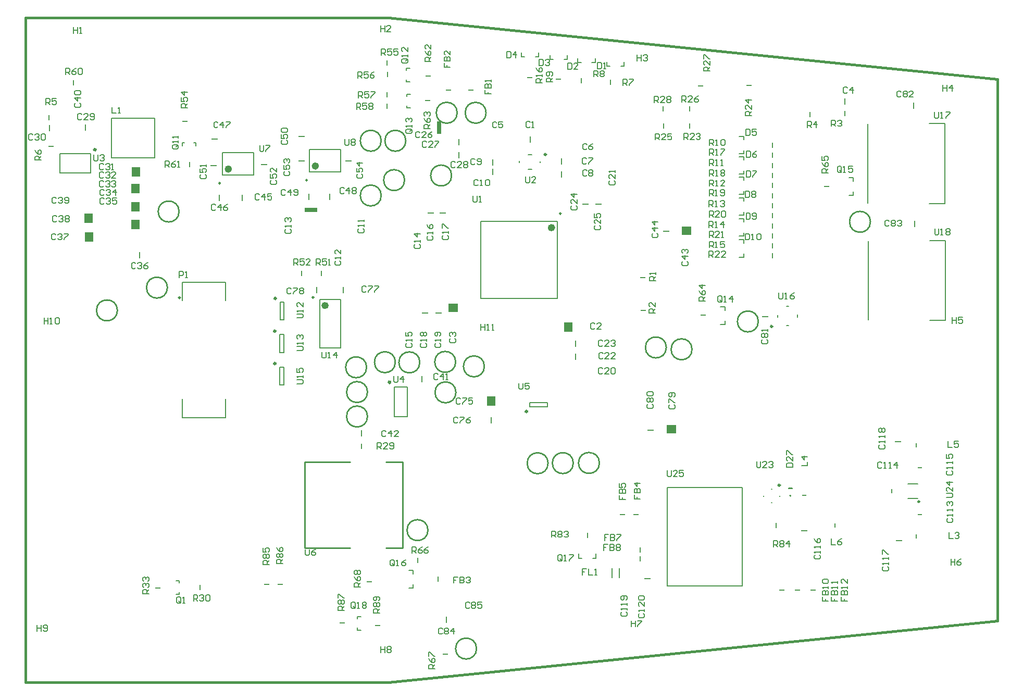
<source format=gto>
G04 Layer_Color=65535*
%FSLAX44Y44*%
%MOMM*%
G71*
G01*
G75*
%ADD48C,0.4000*%
%ADD49C,0.3000*%
%ADD51C,0.2540*%
%ADD52C,0.2500*%
%ADD54C,0.2000*%
%ADD77R,0.8000X2.0000*%
%ADD80C,0.6000*%
%ADD81C,0.3500*%
%ADD82C,0.2032*%
%ADD83C,0.3048*%
%ADD84C,0.1270*%
%ADD85C,0.1524*%
%ADD86R,0.2250X0.8636*%
%ADD87R,0.8636X0.2250*%
%ADD88R,1.0000X0.2500*%
%ADD89R,0.2500X1.0000*%
%ADD90R,1.4000X1.6000*%
%ADD91R,1.6000X1.4000*%
%ADD92R,2.0000X0.8000*%
%ADD93R,0.2250X0.6500*%
%ADD94R,0.6500X0.2250*%
D48*
X1025016Y700000D02*
G03*
X1025016Y700000I-1016J0D01*
G01*
X616766Y883750D02*
G03*
X616766Y883750I-1016J0D01*
G01*
X616016Y830500D02*
G03*
X616016Y830500I-1016J0D01*
G01*
Y777750D02*
G03*
X616016Y777750I-1016J0D01*
G01*
X800000Y260000D02*
X1790000Y360000D01*
Y1240000D01*
X210000Y260000D02*
X800000D01*
Y1340000D02*
X1790000Y1240000D01*
X210000Y1340000D02*
X800000D01*
X210000Y260000D02*
Y1340000D01*
D49*
X1662766Y553500D02*
G03*
X1662766Y553500I-1016J0D01*
G01*
X461000Y885000D02*
G03*
X461000Y885000I-1000J0D01*
G01*
D51*
X864000Y507000D02*
G03*
X864000Y507000I-17000J0D01*
G01*
X1142750Y616250D02*
G03*
X1142750Y616250I-17000J0D01*
G01*
X1100250Y616000D02*
G03*
X1100250Y616000I-17000J0D01*
G01*
X1059250Y615750D02*
G03*
X1059250Y615750I-17000J0D01*
G01*
X943000Y314500D02*
G03*
X943000Y314500I-17000J0D01*
G01*
X1583250Y1008250D02*
G03*
X1583250Y1008250I-17000J0D01*
G01*
X1401000Y846250D02*
G03*
X1401000Y846250I-17000J0D01*
G01*
X764250Y771750D02*
G03*
X764250Y771750I-17000J0D01*
G01*
X765750Y731500D02*
G03*
X765750Y731500I-17000J0D01*
G01*
Y691750D02*
G03*
X765750Y691750I-17000J0D01*
G01*
X955750Y773250D02*
G03*
X955750Y773250I-17000J0D01*
G01*
X909500Y731000D02*
G03*
X909500Y731000I-17000J0D01*
G01*
X850750Y779750D02*
G03*
X850750Y779750I-17000J0D01*
G01*
X909000Y780500D02*
G03*
X909000Y780500I-17000J0D01*
G01*
X811000Y780000D02*
G03*
X811000Y780000I-17000J0D01*
G01*
X902500Y1083500D02*
G03*
X902500Y1083500I-17000J0D01*
G01*
X826000Y1076000D02*
G03*
X826000Y1076000I-17000J0D01*
G01*
X788000Y1140000D02*
G03*
X788000Y1140000I-17000J0D01*
G01*
X1251500Y804000D02*
G03*
X1251500Y804000I-17000J0D01*
G01*
X1293250Y801000D02*
G03*
X1293250Y801000I-17000J0D01*
G01*
X958500Y1185500D02*
G03*
X958500Y1185500I-17000J0D01*
G01*
X359250Y864250D02*
G03*
X359250Y864250I-17000J0D01*
G01*
X911500Y1185500D02*
G03*
X911500Y1185500I-17000J0D01*
G01*
X440500Y901250D02*
G03*
X440500Y901250I-17000J0D01*
G01*
X459500Y1025000D02*
G03*
X459500Y1025000I-17000J0D01*
G01*
X828000Y1140000D02*
G03*
X828000Y1140000I-17000J0D01*
G01*
X788000Y1051000D02*
G03*
X788000Y1051000I-17000J0D01*
G01*
X822500Y510000D02*
Y618000D01*
X795500D02*
X822500D01*
X663500D02*
X737500D01*
X795500Y478000D02*
X822500D01*
Y510000D01*
X663500Y478000D02*
Y618000D01*
Y478000D02*
X737500D01*
D52*
X1080500Y1021750D02*
G03*
X1080500Y1021750I-1250J0D01*
G01*
X526500Y1071000D02*
G03*
X526500Y1071000I-1250J0D01*
G01*
X668000Y1076000D02*
G03*
X668000Y1076000I-1250J0D01*
G01*
X678500Y885500D02*
G03*
X678500Y885500I-1250J0D01*
G01*
D54*
X949750Y1008750D02*
X1074750D01*
X949750Y883750D02*
X1074750D01*
Y1008750D01*
X949750Y883750D02*
Y1008750D01*
X1644372Y582250D02*
X1660600D01*
X1644372Y558250D02*
X1660600D01*
X266000Y1087500D02*
X316000D01*
X266000D02*
Y1118750D01*
X316000D01*
Y1087500D02*
Y1118750D01*
X529500Y1084000D02*
X580500D01*
X529500Y1121000D02*
X580500D01*
X529500Y1084000D02*
Y1121000D01*
X580500Y1084000D02*
Y1121000D01*
X671000Y1089000D02*
X722000D01*
X671000Y1126000D02*
X722000D01*
X671000Y1089000D02*
Y1126000D01*
X722000Y1089000D02*
Y1126000D01*
X688254Y803250D02*
Y882250D01*
X721934Y803250D02*
Y882250D01*
X688254D02*
X721934D01*
X688254Y803250D02*
X721934D01*
X749500Y366750D02*
X755000D01*
X749500Y344750D02*
X755000D01*
X749500D02*
Y348250D01*
Y363250D02*
Y366750D01*
X454250Y402500D02*
X459750D01*
X454250Y424500D02*
X459750D01*
Y421000D02*
Y424500D01*
Y402500D02*
Y406000D01*
X829750Y1215750D02*
X835250D01*
X829750Y1193750D02*
X835250D01*
X829750D02*
Y1197250D01*
Y1212250D02*
Y1215750D01*
X829000Y1257750D02*
X834500D01*
X829000Y1235750D02*
X834500D01*
X829000D02*
Y1239250D01*
Y1254250D02*
Y1257750D01*
X486500Y1131500D02*
Y1137000D01*
X464500Y1131500D02*
Y1137000D01*
X468000D01*
X483000D02*
X486500D01*
X420000Y1112000D02*
Y1177000D01*
X350000D02*
X420000D01*
X350000Y1112000D02*
X420000D01*
X350000D02*
Y1177000D01*
X1714000Y459997D02*
Y450000D01*
Y454998D01*
X1720665D01*
Y459997D01*
Y450000D01*
X1730661Y459997D02*
X1727329Y458331D01*
X1723997Y454998D01*
Y451666D01*
X1725663Y450000D01*
X1728995D01*
X1730661Y451666D01*
Y453332D01*
X1728995Y454998D01*
X1723997D01*
X1277000Y1203000D02*
Y1212997D01*
X1281998D01*
X1283665Y1211331D01*
Y1207998D01*
X1281998Y1206332D01*
X1277000D01*
X1280332D02*
X1283665Y1203000D01*
X1293661D02*
X1286997D01*
X1293661Y1209665D01*
Y1211331D01*
X1291995Y1212997D01*
X1288663D01*
X1286997Y1211331D01*
X1303658Y1212997D02*
X1300326Y1211331D01*
X1296994Y1207998D01*
Y1204666D01*
X1298660Y1203000D01*
X1301992D01*
X1303658Y1204666D01*
Y1206332D01*
X1301992Y1207998D01*
X1296994D01*
X1232000Y1202000D02*
Y1211997D01*
X1236998D01*
X1238664Y1210331D01*
Y1206998D01*
X1236998Y1205332D01*
X1232000D01*
X1235332D02*
X1238664Y1202000D01*
X1248661D02*
X1241997D01*
X1248661Y1208664D01*
Y1210331D01*
X1246995Y1211997D01*
X1243663D01*
X1241997Y1210331D01*
X1251994D02*
X1253660Y1211997D01*
X1256992D01*
X1258658Y1210331D01*
Y1208664D01*
X1256992Y1206998D01*
X1258658Y1205332D01*
Y1203666D01*
X1256992Y1202000D01*
X1253660D01*
X1251994Y1203666D01*
Y1205332D01*
X1253660Y1206998D01*
X1251994Y1208664D01*
Y1210331D01*
X1253660Y1206998D02*
X1256992D01*
X1687750Y997247D02*
Y988916D01*
X1689416Y987250D01*
X1692748D01*
X1694415Y988916D01*
Y997247D01*
X1697747Y987250D02*
X1701079D01*
X1699413D01*
Y997247D01*
X1697747Y995581D01*
X1706077D02*
X1707744Y997247D01*
X1711076D01*
X1712742Y995581D01*
Y993914D01*
X1711076Y992248D01*
X1712742Y990582D01*
Y988916D01*
X1711076Y987250D01*
X1707744D01*
X1706077Y988916D01*
Y990582D01*
X1707744Y992248D01*
X1706077Y993914D01*
Y995581D01*
X1707744Y992248D02*
X1711076D01*
X931665Y388331D02*
X929998Y389997D01*
X926666D01*
X925000Y388331D01*
Y381666D01*
X926666Y380000D01*
X929998D01*
X931665Y381666D01*
X934997Y388331D02*
X936663Y389997D01*
X939995D01*
X941661Y388331D01*
Y386665D01*
X939995Y384998D01*
X941661Y383332D01*
Y381666D01*
X939995Y380000D01*
X936663D01*
X934997Y381666D01*
Y383332D01*
X936663Y384998D01*
X934997Y386665D01*
Y388331D01*
X936663Y384998D02*
X939995D01*
X951658Y389997D02*
X944994D01*
Y384998D01*
X948326Y386665D01*
X949992D01*
X951658Y384998D01*
Y381666D01*
X949992Y380000D01*
X946660D01*
X944994Y381666D01*
X949750Y841997D02*
Y832000D01*
Y836998D01*
X956414D01*
Y841997D01*
Y832000D01*
X959747D02*
X963079D01*
X961413D01*
Y841997D01*
X959747Y840331D01*
X968077Y832000D02*
X971410D01*
X969744D01*
Y841997D01*
X968077Y840331D01*
X240000Y852497D02*
Y842500D01*
Y847498D01*
X246665D01*
Y852497D01*
Y842500D01*
X249997D02*
X253329D01*
X251663D01*
Y852497D01*
X249997Y850831D01*
X258327D02*
X259994Y852497D01*
X263326D01*
X264992Y850831D01*
Y844166D01*
X263326Y842500D01*
X259994D01*
X258327Y844166D01*
Y850831D01*
X228500Y352747D02*
Y342750D01*
Y347748D01*
X235165D01*
Y352747D01*
Y342750D01*
X238497Y344416D02*
X240163Y342750D01*
X243495D01*
X245161Y344416D01*
Y351081D01*
X243495Y352747D01*
X240163D01*
X238497Y351081D01*
Y349414D01*
X240163Y347748D01*
X245161D01*
X787500Y317997D02*
Y308000D01*
Y312998D01*
X794165D01*
Y317997D01*
Y308000D01*
X797497Y316331D02*
X799163Y317997D01*
X802495D01*
X804161Y316331D01*
Y314664D01*
X802495Y312998D01*
X804161Y311332D01*
Y309666D01*
X802495Y308000D01*
X799163D01*
X797497Y309666D01*
Y311332D01*
X799163Y312998D01*
X797497Y314664D01*
Y316331D01*
X799163Y312998D02*
X802495D01*
X1194750Y359997D02*
Y350000D01*
Y354998D01*
X1201414D01*
Y359997D01*
Y350000D01*
X1204747Y359997D02*
X1211411D01*
Y358331D01*
X1204747Y351666D01*
Y350000D01*
X1716024Y853023D02*
Y843026D01*
Y848024D01*
X1722688D01*
Y853023D01*
Y843026D01*
X1732685Y853023D02*
X1726021D01*
Y848024D01*
X1729353Y849690D01*
X1731019D01*
X1732685Y848024D01*
Y844692D01*
X1731019Y843026D01*
X1727687D01*
X1726021Y844692D01*
X1700750Y1230747D02*
Y1220750D01*
Y1225748D01*
X1707415D01*
Y1230747D01*
Y1220750D01*
X1715745D02*
Y1230747D01*
X1710747Y1225748D01*
X1717411D01*
X1204000Y1279747D02*
Y1269750D01*
Y1274748D01*
X1210665D01*
Y1279747D01*
Y1269750D01*
X1213997Y1278081D02*
X1215663Y1279747D01*
X1218995D01*
X1220661Y1278081D01*
Y1276414D01*
X1218995Y1274748D01*
X1217329D01*
X1218995D01*
X1220661Y1273082D01*
Y1271416D01*
X1218995Y1269750D01*
X1215663D01*
X1213997Y1271416D01*
X787000Y1326997D02*
Y1317000D01*
Y1321998D01*
X793664D01*
Y1326997D01*
Y1317000D01*
X803661D02*
X796997D01*
X803661Y1323665D01*
Y1325331D01*
X801995Y1326997D01*
X798663D01*
X796997Y1325331D01*
X288000Y1324497D02*
Y1314500D01*
Y1319498D01*
X294664D01*
Y1324497D01*
Y1314500D01*
X297997D02*
X301329D01*
X299663D01*
Y1324497D01*
X297997Y1322831D01*
X473000Y1193750D02*
X463003D01*
Y1198748D01*
X464669Y1200415D01*
X468002D01*
X469668Y1198748D01*
Y1193750D01*
Y1197082D02*
X473000Y1200415D01*
X463003Y1210411D02*
Y1203747D01*
X468002D01*
X466335Y1207079D01*
Y1208745D01*
X468002Y1210411D01*
X471334D01*
X473000Y1208745D01*
Y1205413D01*
X471334Y1203747D01*
X473000Y1218742D02*
X463003D01*
X468002Y1213744D01*
Y1220408D01*
X1147915Y769581D02*
X1146248Y771247D01*
X1142916D01*
X1141250Y769581D01*
Y762916D01*
X1142916Y761250D01*
X1146248D01*
X1147915Y762916D01*
X1157911Y761250D02*
X1151247D01*
X1157911Y767915D01*
Y769581D01*
X1156245Y771247D01*
X1152913D01*
X1151247Y769581D01*
X1161244D02*
X1162910Y771247D01*
X1166242D01*
X1167908Y769581D01*
Y762916D01*
X1166242Y761250D01*
X1162910D01*
X1161244Y762916D01*
Y769581D01*
X842919Y971915D02*
X841253Y970248D01*
Y966916D01*
X842919Y965250D01*
X849584D01*
X851250Y966916D01*
Y970248D01*
X849584Y971915D01*
X851250Y975247D02*
Y978579D01*
Y976913D01*
X841253D01*
X842919Y975247D01*
X851250Y988576D02*
X841253D01*
X846252Y983577D01*
Y990242D01*
X975665Y1169331D02*
X973998Y1170997D01*
X970666D01*
X969000Y1169331D01*
Y1162666D01*
X970666Y1161000D01*
X973998D01*
X975665Y1162666D01*
X985661Y1170997D02*
X978997D01*
Y1165998D01*
X982329Y1167664D01*
X983995D01*
X985661Y1165998D01*
Y1162666D01*
X983995Y1161000D01*
X980663D01*
X978997Y1162666D01*
X459486Y917702D02*
Y927699D01*
X464484D01*
X466151Y926033D01*
Y922700D01*
X464484Y921034D01*
X459486D01*
X469483Y917702D02*
X472815D01*
X471149D01*
Y927699D01*
X469483Y926033D01*
X1434250Y892997D02*
Y884666D01*
X1435916Y883000D01*
X1439248D01*
X1440914Y884666D01*
Y892997D01*
X1444247Y883000D02*
X1447579D01*
X1445913D01*
Y892997D01*
X1444247Y891331D01*
X1459242Y892997D02*
X1455910Y891331D01*
X1452577Y887998D01*
Y884666D01*
X1454243Y883000D01*
X1457576D01*
X1459242Y884666D01*
Y886332D01*
X1457576Y887998D01*
X1452577D01*
X651253Y745000D02*
X659584D01*
X661250Y746666D01*
Y749998D01*
X659584Y751665D01*
X651253D01*
X661250Y754997D02*
Y758329D01*
Y756663D01*
X651253D01*
X652919Y754997D01*
X651253Y769992D02*
Y763327D01*
X656252D01*
X654585Y766660D01*
Y768326D01*
X656252Y769992D01*
X659584D01*
X661250Y768326D01*
Y764994D01*
X659584Y763327D01*
X651253Y799000D02*
X659584D01*
X661250Y800666D01*
Y803998D01*
X659584Y805665D01*
X651253D01*
X661250Y808997D02*
Y812329D01*
Y810663D01*
X651253D01*
X652919Y808997D01*
Y817327D02*
X651253Y818994D01*
Y822326D01*
X652919Y823992D01*
X654585D01*
X656252Y822326D01*
Y820660D01*
Y822326D01*
X657918Y823992D01*
X659584D01*
X661250Y822326D01*
Y818994D01*
X659584Y817327D01*
X691750Y796747D02*
Y788416D01*
X693416Y786750D01*
X696748D01*
X698415Y788416D01*
Y796747D01*
X701747Y786750D02*
X705079D01*
X703413D01*
Y796747D01*
X701747Y795081D01*
X715076Y786750D02*
Y796747D01*
X710077Y791748D01*
X716742D01*
X651003Y852000D02*
X659334D01*
X661000Y853666D01*
Y856998D01*
X659334Y858664D01*
X651003D01*
X661000Y861997D02*
Y865329D01*
Y863663D01*
X651003D01*
X652669Y861997D01*
X661000Y876992D02*
Y870327D01*
X654335Y876992D01*
X652669D01*
X651003Y875326D01*
Y871994D01*
X652669Y870327D01*
X728750Y1142997D02*
Y1134666D01*
X730416Y1133000D01*
X733748D01*
X735415Y1134666D01*
Y1142997D01*
X738747Y1141331D02*
X740413Y1142997D01*
X743745D01*
X745411Y1141331D01*
Y1139665D01*
X743745Y1137998D01*
X745411Y1136332D01*
Y1134666D01*
X743745Y1133000D01*
X740413D01*
X738747Y1134666D01*
Y1136332D01*
X740413Y1137998D01*
X738747Y1139665D01*
Y1141331D01*
X740413Y1137998D02*
X743745D01*
X1011750Y745997D02*
Y737666D01*
X1013416Y736000D01*
X1016748D01*
X1018415Y737666D01*
Y745997D01*
X1028411D02*
X1021747D01*
Y740998D01*
X1025079Y742664D01*
X1026745D01*
X1028411Y740998D01*
Y737666D01*
X1026745Y736000D01*
X1023413D01*
X1021747Y737666D01*
X321000Y1116997D02*
Y1108666D01*
X322666Y1107000D01*
X325998D01*
X327664Y1108666D01*
Y1116997D01*
X330997Y1115331D02*
X332663Y1116997D01*
X335995D01*
X337661Y1115331D01*
Y1113664D01*
X335995Y1111998D01*
X334329D01*
X335995D01*
X337661Y1110332D01*
Y1108666D01*
X335995Y1107000D01*
X332663D01*
X330997Y1108666D01*
X1022500Y1081997D02*
Y1073666D01*
X1024166Y1072000D01*
X1027498D01*
X1029165Y1073666D01*
Y1081997D01*
X1039161Y1072000D02*
X1032497D01*
X1039161Y1078664D01*
Y1080331D01*
X1037495Y1081997D01*
X1034163D01*
X1032497Y1080331D01*
X937250Y1050247D02*
Y1041916D01*
X938916Y1040250D01*
X942248D01*
X943914Y1041916D01*
Y1050247D01*
X947247Y1040250D02*
X950579D01*
X948913D01*
Y1050247D01*
X947247Y1048581D01*
X1514500Y1088000D02*
X1504503D01*
Y1092998D01*
X1506169Y1094665D01*
X1509502D01*
X1511168Y1092998D01*
Y1088000D01*
Y1091332D02*
X1514500Y1094665D01*
X1504503Y1104661D02*
X1506169Y1101329D01*
X1509502Y1097997D01*
X1512834D01*
X1514500Y1099663D01*
Y1102995D01*
X1512834Y1104661D01*
X1511168D01*
X1509502Y1102995D01*
Y1097997D01*
X1504503Y1114658D02*
Y1107994D01*
X1509502D01*
X1507836Y1111326D01*
Y1112992D01*
X1509502Y1114658D01*
X1512834D01*
X1514500Y1112992D01*
Y1109660D01*
X1512834Y1107994D01*
X1314500Y879500D02*
X1304503D01*
Y884498D01*
X1306169Y886164D01*
X1309502D01*
X1311168Y884498D01*
Y879500D01*
Y882832D02*
X1314500Y886164D01*
X1304503Y896161D02*
X1306169Y892829D01*
X1309502Y889497D01*
X1312834D01*
X1314500Y891163D01*
Y894495D01*
X1312834Y896161D01*
X1311168D01*
X1309502Y894495D01*
Y889497D01*
X1314500Y904492D02*
X1304503D01*
X1309502Y899494D01*
Y906158D01*
X781500Y639000D02*
Y648997D01*
X786498D01*
X788165Y647331D01*
Y643998D01*
X786498Y642332D01*
X781500D01*
X784832D02*
X788165Y639000D01*
X798161D02*
X791497D01*
X798161Y645665D01*
Y647331D01*
X796495Y648997D01*
X793163D01*
X791497Y647331D01*
X801494Y640666D02*
X803160Y639000D01*
X806492D01*
X808158Y640666D01*
Y647331D01*
X806492Y648997D01*
X803160D01*
X801494Y647331D01*
Y645665D01*
X803160Y643998D01*
X808158D01*
X1322000Y1253250D02*
X1312003D01*
Y1258248D01*
X1313669Y1259914D01*
X1317002D01*
X1318668Y1258248D01*
Y1253250D01*
Y1256582D02*
X1322000Y1259914D01*
Y1269911D02*
Y1263247D01*
X1315336Y1269911D01*
X1313669D01*
X1312003Y1268245D01*
Y1264913D01*
X1313669Y1263247D01*
X1312003Y1273244D02*
Y1279908D01*
X1313669D01*
X1320334Y1273244D01*
X1322000D01*
X1233500Y1141500D02*
Y1151497D01*
X1238498D01*
X1240164Y1149831D01*
Y1146498D01*
X1238498Y1144832D01*
X1233500D01*
X1236832D02*
X1240164Y1141500D01*
X1250161D02*
X1243497D01*
X1250161Y1148165D01*
Y1149831D01*
X1248495Y1151497D01*
X1245163D01*
X1243497Y1149831D01*
X1260158Y1151497D02*
X1253494D01*
Y1146498D01*
X1256826Y1148165D01*
X1258492D01*
X1260158Y1146498D01*
Y1143166D01*
X1258492Y1141500D01*
X1255160D01*
X1253494Y1143166D01*
X1280000Y1141750D02*
Y1151747D01*
X1284998D01*
X1286664Y1150081D01*
Y1146748D01*
X1284998Y1145082D01*
X1280000D01*
X1283332D02*
X1286664Y1141750D01*
X1296661D02*
X1289997D01*
X1296661Y1148415D01*
Y1150081D01*
X1294995Y1151747D01*
X1291663D01*
X1289997Y1150081D01*
X1299994D02*
X1301660Y1151747D01*
X1304992D01*
X1306658Y1150081D01*
Y1148415D01*
X1304992Y1146748D01*
X1303326D01*
X1304992D01*
X1306658Y1145082D01*
Y1143416D01*
X1304992Y1141750D01*
X1301660D01*
X1299994Y1143416D01*
X1321000Y950750D02*
Y960747D01*
X1325998D01*
X1327664Y959081D01*
Y955748D01*
X1325998Y954082D01*
X1321000D01*
X1324332D02*
X1327664Y950750D01*
X1337661D02*
X1330997D01*
X1337661Y957414D01*
Y959081D01*
X1335995Y960747D01*
X1332663D01*
X1330997Y959081D01*
X1347658Y950750D02*
X1340994D01*
X1347658Y957414D01*
Y959081D01*
X1345992Y960747D01*
X1342660D01*
X1340994Y959081D01*
X1321250Y983000D02*
Y992997D01*
X1326248D01*
X1327914Y991331D01*
Y987998D01*
X1326248Y986332D01*
X1321250D01*
X1324582D02*
X1327914Y983000D01*
X1337911D02*
X1331247D01*
X1337911Y989665D01*
Y991331D01*
X1336245Y992997D01*
X1332913D01*
X1331247Y991331D01*
X1341244Y983000D02*
X1344576D01*
X1342910D01*
Y992997D01*
X1341244Y991331D01*
X1321250Y1015750D02*
Y1025747D01*
X1326248D01*
X1327914Y1024081D01*
Y1020748D01*
X1326248Y1019082D01*
X1321250D01*
X1324582D02*
X1327914Y1015750D01*
X1337911D02*
X1331247D01*
X1337911Y1022414D01*
Y1024081D01*
X1336245Y1025747D01*
X1332913D01*
X1331247Y1024081D01*
X1341244D02*
X1342910Y1025747D01*
X1346242D01*
X1347908Y1024081D01*
Y1017416D01*
X1346242Y1015750D01*
X1342910D01*
X1341244Y1017416D01*
Y1024081D01*
X1321250Y1050500D02*
Y1060497D01*
X1326248D01*
X1327914Y1058831D01*
Y1055498D01*
X1326248Y1053832D01*
X1321250D01*
X1324582D02*
X1327914Y1050500D01*
X1331247D02*
X1334579D01*
X1332913D01*
Y1060497D01*
X1331247Y1058831D01*
X1339577Y1052166D02*
X1341244Y1050500D01*
X1344576D01*
X1346242Y1052166D01*
Y1058831D01*
X1344576Y1060497D01*
X1341244D01*
X1339577Y1058831D01*
Y1057165D01*
X1341244Y1055498D01*
X1346242D01*
X1321500Y1083000D02*
Y1092997D01*
X1326498D01*
X1328165Y1091331D01*
Y1087998D01*
X1326498Y1086332D01*
X1321500D01*
X1324832D02*
X1328165Y1083000D01*
X1331497D02*
X1334829D01*
X1333163D01*
Y1092997D01*
X1331497Y1091331D01*
X1339827D02*
X1341494Y1092997D01*
X1344826D01*
X1346492Y1091331D01*
Y1089665D01*
X1344826Y1087998D01*
X1346492Y1086332D01*
Y1084666D01*
X1344826Y1083000D01*
X1341494D01*
X1339827Y1084666D01*
Y1086332D01*
X1341494Y1087998D01*
X1339827Y1089665D01*
Y1091331D01*
X1341494Y1087998D02*
X1344826D01*
X1321500Y1116500D02*
Y1126497D01*
X1326498D01*
X1328165Y1124831D01*
Y1121498D01*
X1326498Y1119832D01*
X1321500D01*
X1324832D02*
X1328165Y1116500D01*
X1331497D02*
X1334829D01*
X1333163D01*
Y1126497D01*
X1331497Y1124831D01*
X1339827Y1126497D02*
X1346492D01*
Y1124831D01*
X1339827Y1118166D01*
Y1116500D01*
X1050000Y1234000D02*
X1040003D01*
Y1238998D01*
X1041669Y1240665D01*
X1045002D01*
X1046668Y1238998D01*
Y1234000D01*
Y1237332D02*
X1050000Y1240665D01*
Y1243997D02*
Y1247329D01*
Y1245663D01*
X1040003D01*
X1041669Y1243997D01*
X1040003Y1258992D02*
X1041669Y1255660D01*
X1045002Y1252327D01*
X1048334D01*
X1050000Y1253994D01*
Y1257326D01*
X1048334Y1258992D01*
X1046668D01*
X1045002Y1257326D01*
Y1252327D01*
X1321250Y966250D02*
Y976247D01*
X1326248D01*
X1327914Y974581D01*
Y971248D01*
X1326248Y969582D01*
X1321250D01*
X1324582D02*
X1327914Y966250D01*
X1331247D02*
X1334579D01*
X1332913D01*
Y976247D01*
X1331247Y974581D01*
X1346242Y976247D02*
X1339577D01*
Y971248D01*
X1342910Y972915D01*
X1344576D01*
X1346242Y971248D01*
Y967916D01*
X1344576Y966250D01*
X1341244D01*
X1339577Y967916D01*
X1321000Y998750D02*
Y1008747D01*
X1325998D01*
X1327664Y1007081D01*
Y1003748D01*
X1325998Y1002082D01*
X1321000D01*
X1324332D02*
X1327664Y998750D01*
X1330997D02*
X1334329D01*
X1332663D01*
Y1008747D01*
X1330997Y1007081D01*
X1344326Y998750D02*
Y1008747D01*
X1339327Y1003748D01*
X1345992D01*
X1321000Y1032750D02*
Y1042747D01*
X1325998D01*
X1327664Y1041081D01*
Y1037748D01*
X1325998Y1036082D01*
X1321000D01*
X1324332D02*
X1327664Y1032750D01*
X1330997D02*
X1334329D01*
X1332663D01*
Y1042747D01*
X1330997Y1041081D01*
X1339327D02*
X1340994Y1042747D01*
X1344326D01*
X1345992Y1041081D01*
Y1039415D01*
X1344326Y1037748D01*
X1342660D01*
X1344326D01*
X1345992Y1036082D01*
Y1034416D01*
X1344326Y1032750D01*
X1340994D01*
X1339327Y1034416D01*
X1321500Y1066250D02*
Y1076247D01*
X1326498D01*
X1328165Y1074581D01*
Y1071248D01*
X1326498Y1069582D01*
X1321500D01*
X1324832D02*
X1328165Y1066250D01*
X1331497D02*
X1334829D01*
X1333163D01*
Y1076247D01*
X1331497Y1074581D01*
X1346492Y1066250D02*
X1339827D01*
X1346492Y1072915D01*
Y1074581D01*
X1344826Y1076247D01*
X1341494D01*
X1339827Y1074581D01*
X1321750Y1099500D02*
Y1109497D01*
X1326748D01*
X1328414Y1107831D01*
Y1104498D01*
X1326748Y1102832D01*
X1321750D01*
X1325082D02*
X1328414Y1099500D01*
X1331747D02*
X1335079D01*
X1333413D01*
Y1109497D01*
X1331747Y1107831D01*
X1340077Y1099500D02*
X1343410D01*
X1341744D01*
Y1109497D01*
X1340077Y1107831D01*
X1321750Y1132250D02*
Y1142247D01*
X1326748D01*
X1328414Y1140581D01*
Y1137248D01*
X1326748Y1135582D01*
X1321750D01*
X1325082D02*
X1328414Y1132250D01*
X1331747D02*
X1335079D01*
X1333413D01*
Y1142247D01*
X1331747Y1140581D01*
X1340077D02*
X1341744Y1142247D01*
X1345076D01*
X1346742Y1140581D01*
Y1133916D01*
X1345076Y1132250D01*
X1341744D01*
X1340077Y1133916D01*
Y1140581D01*
X1066500Y1235500D02*
X1056503D01*
Y1240498D01*
X1058169Y1242165D01*
X1061502D01*
X1063168Y1240498D01*
Y1235500D01*
Y1238832D02*
X1066500Y1242165D01*
X1064834Y1245497D02*
X1066500Y1247163D01*
Y1250495D01*
X1064834Y1252161D01*
X1058169D01*
X1056503Y1250495D01*
Y1247163D01*
X1058169Y1245497D01*
X1059836D01*
X1061502Y1247163D01*
Y1252161D01*
X1134000Y1244000D02*
Y1253997D01*
X1138998D01*
X1140665Y1252331D01*
Y1248998D01*
X1138998Y1247332D01*
X1134000D01*
X1137332D02*
X1140665Y1244000D01*
X1143997Y1252331D02*
X1145663Y1253997D01*
X1148995D01*
X1150661Y1252331D01*
Y1250665D01*
X1148995Y1248998D01*
X1150661Y1247332D01*
Y1245666D01*
X1148995Y1244000D01*
X1145663D01*
X1143997Y1245666D01*
Y1247332D01*
X1145663Y1248998D01*
X1143997Y1250665D01*
Y1252331D01*
X1145663Y1248998D02*
X1148995D01*
X1181000Y1230000D02*
Y1239997D01*
X1185998D01*
X1187664Y1238331D01*
Y1234998D01*
X1185998Y1233332D01*
X1181000D01*
X1184332D02*
X1187664Y1230000D01*
X1190997Y1239997D02*
X1197661D01*
Y1238331D01*
X1190997Y1231666D01*
Y1230000D01*
X235500Y1108500D02*
X225503D01*
Y1113498D01*
X227169Y1115164D01*
X230502D01*
X232168Y1113498D01*
Y1108500D01*
Y1111832D02*
X235500Y1115164D01*
X225503Y1125161D02*
X227169Y1121829D01*
X230502Y1118497D01*
X233834D01*
X235500Y1120163D01*
Y1123495D01*
X233834Y1125161D01*
X232168D01*
X230502Y1123495D01*
Y1118497D01*
X243000Y1199000D02*
Y1208997D01*
X247998D01*
X249664Y1207331D01*
Y1203998D01*
X247998Y1202332D01*
X243000D01*
X246332D02*
X249664Y1199000D01*
X259661Y1208997D02*
X252997D01*
Y1203998D01*
X256329Y1205665D01*
X257995D01*
X259661Y1203998D01*
Y1200666D01*
X257995Y1199000D01*
X254663D01*
X252997Y1200666D01*
X1480500Y1161250D02*
Y1171247D01*
X1485498D01*
X1487164Y1169581D01*
Y1166248D01*
X1485498Y1164582D01*
X1480500D01*
X1483832D02*
X1487164Y1161250D01*
X1495495D02*
Y1171247D01*
X1490497Y1166248D01*
X1497161D01*
X1520000Y1163500D02*
Y1173497D01*
X1524998D01*
X1526664Y1171831D01*
Y1168498D01*
X1524998Y1166832D01*
X1520000D01*
X1523332D02*
X1526664Y1163500D01*
X1529997Y1171831D02*
X1531663Y1173497D01*
X1534995D01*
X1536661Y1171831D01*
Y1170164D01*
X1534995Y1168498D01*
X1533329D01*
X1534995D01*
X1536661Y1166832D01*
Y1165166D01*
X1534995Y1163500D01*
X1531663D01*
X1529997Y1165166D01*
X1341915Y879166D02*
Y885831D01*
X1340248Y887497D01*
X1336916D01*
X1335250Y885831D01*
Y879166D01*
X1336916Y877500D01*
X1340248D01*
X1338582Y880832D02*
X1341915Y877500D01*
X1340248D02*
X1341915Y879166D01*
X1345247Y877500D02*
X1348579D01*
X1346913D01*
Y887497D01*
X1345247Y885831D01*
X1358576Y877500D02*
Y887497D01*
X1353577Y882498D01*
X1360242D01*
X1520000Y492997D02*
Y483000D01*
X1526664D01*
X1536661Y492997D02*
X1533329Y491331D01*
X1529997Y487998D01*
Y484666D01*
X1531663Y483000D01*
X1534995D01*
X1536661Y484666D01*
Y486332D01*
X1534995Y487998D01*
X1529997D01*
X1709598Y651375D02*
Y641379D01*
X1716262D01*
X1726259Y651375D02*
X1719594D01*
Y646377D01*
X1722927Y648043D01*
X1724593D01*
X1726259Y646377D01*
Y643045D01*
X1724593Y641379D01*
X1721261D01*
X1719594Y643045D01*
X1471003Y611500D02*
X1481000D01*
Y618164D01*
Y626495D02*
X1471003D01*
X1476002Y621497D01*
Y628161D01*
X1710787Y503432D02*
Y493435D01*
X1717452D01*
X1720784Y501766D02*
X1722450Y503432D01*
X1725782D01*
X1727449Y501766D01*
Y500099D01*
X1725782Y498433D01*
X1724116D01*
X1725782D01*
X1727449Y496767D01*
Y495101D01*
X1725782Y493435D01*
X1722450D01*
X1720784Y495101D01*
X350500Y1194747D02*
Y1184750D01*
X357164D01*
X360497D02*
X363829D01*
X362163D01*
Y1194747D01*
X360497Y1193081D01*
X1121665Y443997D02*
X1115000D01*
Y438998D01*
X1118332D01*
X1115000D01*
Y434000D01*
X1124997Y443997D02*
Y434000D01*
X1131661D01*
X1134994D02*
X1138326D01*
X1136660D01*
Y443997D01*
X1134994Y442331D01*
X1156665Y483997D02*
X1150000D01*
Y478998D01*
X1153332D01*
X1150000D01*
Y474000D01*
X1159997Y483997D02*
Y474000D01*
X1164995D01*
X1166661Y475666D01*
Y477332D01*
X1164995Y478998D01*
X1159997D01*
X1164995D01*
X1166661Y480664D01*
Y482331D01*
X1164995Y483997D01*
X1159997D01*
X1169994Y482331D02*
X1171660Y483997D01*
X1174992D01*
X1176658Y482331D01*
Y480664D01*
X1174992Y478998D01*
X1176658Y477332D01*
Y475666D01*
X1174992Y474000D01*
X1171660D01*
X1169994Y475666D01*
Y477332D01*
X1171660Y478998D01*
X1169994Y480664D01*
Y482331D01*
X1171660Y478998D02*
X1174992D01*
X1157664Y499997D02*
X1151000D01*
Y494998D01*
X1154332D01*
X1151000D01*
Y490000D01*
X1160997Y499997D02*
Y490000D01*
X1165995D01*
X1167661Y491666D01*
Y493332D01*
X1165995Y494998D01*
X1160997D01*
X1165995D01*
X1167661Y496665D01*
Y498331D01*
X1165995Y499997D01*
X1160997D01*
X1170994D02*
X1177658D01*
Y498331D01*
X1170994Y491666D01*
Y490000D01*
X1175003Y563414D02*
Y556750D01*
X1180002D01*
Y560082D01*
Y556750D01*
X1185000D01*
X1175003Y566747D02*
X1185000D01*
Y571745D01*
X1183334Y573411D01*
X1181668D01*
X1180002Y571745D01*
Y566747D01*
Y571745D01*
X1178335Y573411D01*
X1176669D01*
X1175003Y571745D01*
Y566747D01*
Y583408D02*
Y576744D01*
X1180002D01*
X1178335Y580076D01*
Y581742D01*
X1180002Y583408D01*
X1183334D01*
X1185000Y581742D01*
Y578410D01*
X1183334Y576744D01*
X1199253Y564414D02*
Y557750D01*
X1204252D01*
Y561082D01*
Y557750D01*
X1209250D01*
X1199253Y567747D02*
X1209250D01*
Y572745D01*
X1207584Y574411D01*
X1205918D01*
X1204252Y572745D01*
Y567747D01*
Y572745D01*
X1202586Y574411D01*
X1200919D01*
X1199253Y572745D01*
Y567747D01*
X1209250Y582742D02*
X1199253D01*
X1204252Y577743D01*
Y584408D01*
X890253Y1266164D02*
Y1259500D01*
X895252D01*
Y1262832D01*
Y1259500D01*
X900250D01*
X890253Y1269497D02*
X900250D01*
Y1274495D01*
X898584Y1276161D01*
X896918D01*
X895252Y1274495D01*
Y1269497D01*
Y1274495D01*
X893586Y1276161D01*
X891919D01*
X890253Y1274495D01*
Y1269497D01*
X900250Y1286158D02*
Y1279494D01*
X893586Y1286158D01*
X891919D01*
X890253Y1284492D01*
Y1281160D01*
X891919Y1279494D01*
X957003Y1222664D02*
Y1216000D01*
X962002D01*
Y1219332D01*
Y1216000D01*
X967000D01*
X957003Y1225997D02*
X967000D01*
Y1230995D01*
X965334Y1232661D01*
X963668D01*
X962002Y1230995D01*
Y1225997D01*
Y1230995D01*
X960335Y1232661D01*
X958669D01*
X957003Y1230995D01*
Y1225997D01*
X967000Y1235994D02*
Y1239326D01*
Y1237660D01*
X957003D01*
X958669Y1235994D01*
X1380250Y988997D02*
Y979000D01*
X1385248D01*
X1386915Y980666D01*
Y987331D01*
X1385248Y988997D01*
X1380250D01*
X1390247Y979000D02*
X1393579D01*
X1391913D01*
Y988997D01*
X1390247Y987331D01*
X1398577D02*
X1400244Y988997D01*
X1403576D01*
X1405242Y987331D01*
Y980666D01*
X1403576Y979000D01*
X1400244D01*
X1398577Y980666D01*
Y987331D01*
X1381250Y1022247D02*
Y1012250D01*
X1386248D01*
X1387914Y1013916D01*
Y1020581D01*
X1386248Y1022247D01*
X1381250D01*
X1391247Y1013916D02*
X1392913Y1012250D01*
X1396245D01*
X1397911Y1013916D01*
Y1020581D01*
X1396245Y1022247D01*
X1392913D01*
X1391247Y1020581D01*
Y1018914D01*
X1392913Y1017248D01*
X1397911D01*
X1380250Y1057747D02*
Y1047750D01*
X1385248D01*
X1386915Y1049416D01*
Y1056081D01*
X1385248Y1057747D01*
X1380250D01*
X1390247Y1056081D02*
X1391913Y1057747D01*
X1395245D01*
X1396911Y1056081D01*
Y1054415D01*
X1395245Y1052748D01*
X1396911Y1051082D01*
Y1049416D01*
X1395245Y1047750D01*
X1391913D01*
X1390247Y1049416D01*
Y1051082D01*
X1391913Y1052748D01*
X1390247Y1054415D01*
Y1056081D01*
X1391913Y1052748D02*
X1395245D01*
X1381500Y1090747D02*
Y1080750D01*
X1386498D01*
X1388165Y1082416D01*
Y1089081D01*
X1386498Y1090747D01*
X1381500D01*
X1391497D02*
X1398161D01*
Y1089081D01*
X1391497Y1082416D01*
Y1080750D01*
X1381500Y1123247D02*
Y1113250D01*
X1386498D01*
X1388165Y1114916D01*
Y1121581D01*
X1386498Y1123247D01*
X1381500D01*
X1398161D02*
X1394829Y1121581D01*
X1391497Y1118248D01*
Y1114916D01*
X1393163Y1113250D01*
X1396495D01*
X1398161Y1114916D01*
Y1116582D01*
X1396495Y1118248D01*
X1391497D01*
X1381000Y1158997D02*
Y1149000D01*
X1385998D01*
X1387664Y1150666D01*
Y1157331D01*
X1385998Y1158997D01*
X1381000D01*
X1397661D02*
X1390997D01*
Y1153998D01*
X1394329Y1155665D01*
X1395995D01*
X1397661Y1153998D01*
Y1150666D01*
X1395995Y1149000D01*
X1392663D01*
X1390997Y1150666D01*
X992000Y1284997D02*
Y1275000D01*
X996998D01*
X998664Y1276666D01*
Y1283331D01*
X996998Y1284997D01*
X992000D01*
X1006995Y1275000D02*
Y1284997D01*
X1001997Y1279998D01*
X1008661D01*
X1045000Y1271997D02*
Y1262000D01*
X1049998D01*
X1051665Y1263666D01*
Y1270331D01*
X1049998Y1271997D01*
X1045000D01*
X1054997Y1270331D02*
X1056663Y1271997D01*
X1059995D01*
X1061661Y1270331D01*
Y1268664D01*
X1059995Y1266998D01*
X1058329D01*
X1059995D01*
X1061661Y1265332D01*
Y1263666D01*
X1059995Y1262000D01*
X1056663D01*
X1054997Y1263666D01*
X1091000Y1265997D02*
Y1256000D01*
X1095998D01*
X1097664Y1257666D01*
Y1264331D01*
X1095998Y1265997D01*
X1091000D01*
X1107661Y1256000D02*
X1100997D01*
X1107661Y1262664D01*
Y1264331D01*
X1105995Y1265997D01*
X1102663D01*
X1100997Y1264331D01*
X1139750Y1267247D02*
Y1257250D01*
X1144748D01*
X1146414Y1258916D01*
Y1265581D01*
X1144748Y1267247D01*
X1139750D01*
X1149747Y1257250D02*
X1153079D01*
X1151413D01*
Y1267247D01*
X1149747Y1265581D01*
X887664Y346331D02*
X885998Y347997D01*
X882666D01*
X881000Y346331D01*
Y339666D01*
X882666Y338000D01*
X885998D01*
X887664Y339666D01*
X890997Y346331D02*
X892663Y347997D01*
X895995D01*
X897661Y346331D01*
Y344664D01*
X895995Y342998D01*
X897661Y341332D01*
Y339666D01*
X895995Y338000D01*
X892663D01*
X890997Y339666D01*
Y341332D01*
X892663Y342998D01*
X890997Y344664D01*
Y346331D01*
X892663Y342998D02*
X895995D01*
X905992Y338000D02*
Y347997D01*
X900993Y342998D01*
X907658D01*
X1407669Y816665D02*
X1406003Y814998D01*
Y811666D01*
X1407669Y810000D01*
X1414334D01*
X1416000Y811666D01*
Y814998D01*
X1414334Y816665D01*
X1407669Y819997D02*
X1406003Y821663D01*
Y824995D01*
X1407669Y826661D01*
X1409335D01*
X1411002Y824995D01*
X1412668Y826661D01*
X1414334D01*
X1416000Y824995D01*
Y821663D01*
X1414334Y819997D01*
X1412668D01*
X1411002Y821663D01*
X1409335Y819997D01*
X1407669D01*
X1411002Y821663D02*
Y824995D01*
X1416000Y829994D02*
Y833326D01*
Y831660D01*
X1406003D01*
X1407669Y829994D01*
X1221419Y711915D02*
X1219753Y710248D01*
Y706916D01*
X1221419Y705250D01*
X1228084D01*
X1229750Y706916D01*
Y710248D01*
X1228084Y711915D01*
X1221419Y715247D02*
X1219753Y716913D01*
Y720245D01*
X1221419Y721911D01*
X1223085D01*
X1224752Y720245D01*
X1226418Y721911D01*
X1228084D01*
X1229750Y720245D01*
Y716913D01*
X1228084Y715247D01*
X1226418D01*
X1224752Y716913D01*
X1223085Y715247D01*
X1221419D01*
X1224752Y716913D02*
Y720245D01*
X1221419Y725244D02*
X1219753Y726910D01*
Y730242D01*
X1221419Y731908D01*
X1228084D01*
X1229750Y730242D01*
Y726910D01*
X1228084Y725244D01*
X1221419D01*
X1257169Y710665D02*
X1255503Y708998D01*
Y705666D01*
X1257169Y704000D01*
X1263834D01*
X1265500Y705666D01*
Y708998D01*
X1263834Y710665D01*
X1255503Y713997D02*
Y720661D01*
X1257169D01*
X1263834Y713997D01*
X1265500D01*
X1263834Y723994D02*
X1265500Y725660D01*
Y728992D01*
X1263834Y730658D01*
X1257169D01*
X1255503Y728992D01*
Y725660D01*
X1257169Y723994D01*
X1258836D01*
X1260502Y725660D01*
Y730658D01*
X641665Y899331D02*
X639998Y900997D01*
X636666D01*
X635000Y899331D01*
Y892666D01*
X636666Y891000D01*
X639998D01*
X641665Y892666D01*
X644997Y900997D02*
X651661D01*
Y899331D01*
X644997Y892666D01*
Y891000D01*
X654994Y899331D02*
X656660Y900997D01*
X659992D01*
X661658Y899331D01*
Y897664D01*
X659992Y895998D01*
X661658Y894332D01*
Y892666D01*
X659992Y891000D01*
X656660D01*
X654994Y892666D01*
Y894332D01*
X656660Y895998D01*
X654994Y897664D01*
Y899331D01*
X656660Y895998D02*
X659992D01*
X763664Y902581D02*
X761998Y904247D01*
X758666D01*
X757000Y902581D01*
Y895916D01*
X758666Y894250D01*
X761998D01*
X763664Y895916D01*
X766997Y904247D02*
X773661D01*
Y902581D01*
X766997Y895916D01*
Y894250D01*
X776994Y904247D02*
X783658D01*
Y902581D01*
X776994Y895916D01*
Y894250D01*
X749669Y1085665D02*
X748003Y1083998D01*
Y1080666D01*
X749669Y1079000D01*
X756334D01*
X758000Y1080666D01*
Y1083998D01*
X756334Y1085665D01*
X748003Y1095661D02*
Y1088997D01*
X753002D01*
X751336Y1092329D01*
Y1093995D01*
X753002Y1095661D01*
X756334D01*
X758000Y1093995D01*
Y1090663D01*
X756334Y1088997D01*
X758000Y1103992D02*
X748003D01*
X753002Y1098994D01*
Y1105658D01*
X631169Y1090415D02*
X629503Y1088748D01*
Y1085416D01*
X631169Y1083750D01*
X637834D01*
X639500Y1085416D01*
Y1088748D01*
X637834Y1090415D01*
X629503Y1100411D02*
Y1093747D01*
X634502D01*
X632836Y1097079D01*
Y1098745D01*
X634502Y1100411D01*
X637834D01*
X639500Y1098745D01*
Y1095413D01*
X637834Y1093747D01*
X631169Y1103744D02*
X629503Y1105410D01*
Y1108742D01*
X631169Y1110408D01*
X632836D01*
X634502Y1108742D01*
Y1107076D01*
Y1108742D01*
X636168Y1110408D01*
X637834D01*
X639500Y1108742D01*
Y1105410D01*
X637834Y1103744D01*
X609669Y1075665D02*
X608003Y1073998D01*
Y1070666D01*
X609669Y1069000D01*
X616334D01*
X618000Y1070666D01*
Y1073998D01*
X616334Y1075665D01*
X608003Y1085661D02*
Y1078997D01*
X613002D01*
X611335Y1082329D01*
Y1083995D01*
X613002Y1085661D01*
X616334D01*
X618000Y1083995D01*
Y1080663D01*
X616334Y1078997D01*
X618000Y1095658D02*
Y1088994D01*
X611335Y1095658D01*
X609669D01*
X608003Y1093992D01*
Y1090660D01*
X609669Y1088994D01*
X495419Y1084914D02*
X493753Y1083248D01*
Y1079916D01*
X495419Y1078250D01*
X502084D01*
X503750Y1079916D01*
Y1083248D01*
X502084Y1084914D01*
X493753Y1094911D02*
Y1088247D01*
X498752D01*
X497085Y1091579D01*
Y1093245D01*
X498752Y1094911D01*
X502084D01*
X503750Y1093245D01*
Y1089913D01*
X502084Y1088247D01*
X503750Y1098243D02*
Y1101576D01*
Y1099910D01*
X493753D01*
X495419Y1098243D01*
X627669Y1140665D02*
X626003Y1138998D01*
Y1135666D01*
X627669Y1134000D01*
X634334D01*
X636000Y1135666D01*
Y1138998D01*
X634334Y1140665D01*
X626003Y1150661D02*
Y1143997D01*
X631002D01*
X629336Y1147329D01*
Y1148995D01*
X631002Y1150661D01*
X634334D01*
X636000Y1148995D01*
Y1145663D01*
X634334Y1143997D01*
X627669Y1153994D02*
X626003Y1155660D01*
Y1158992D01*
X627669Y1160658D01*
X634334D01*
X636000Y1158992D01*
Y1155660D01*
X634334Y1153994D01*
X627669D01*
X632664Y1059331D02*
X630998Y1060997D01*
X627666D01*
X626000Y1059331D01*
Y1052666D01*
X627666Y1051000D01*
X630998D01*
X632664Y1052666D01*
X640995Y1051000D02*
Y1060997D01*
X635997Y1055998D01*
X642661D01*
X645994Y1052666D02*
X647660Y1051000D01*
X650992D01*
X652658Y1052666D01*
Y1059331D01*
X650992Y1060997D01*
X647660D01*
X645994Y1059331D01*
Y1057664D01*
X647660Y1055998D01*
X652658D01*
X727664Y1062331D02*
X725998Y1063997D01*
X722666D01*
X721000Y1062331D01*
Y1055666D01*
X722666Y1054000D01*
X725998D01*
X727664Y1055666D01*
X735995Y1054000D02*
Y1063997D01*
X730997Y1058998D01*
X737661D01*
X740994Y1062331D02*
X742660Y1063997D01*
X745992D01*
X747658Y1062331D01*
Y1060665D01*
X745992Y1058998D01*
X747658Y1057332D01*
Y1055666D01*
X745992Y1054000D01*
X742660D01*
X740994Y1055666D01*
Y1057332D01*
X742660Y1058998D01*
X740994Y1060665D01*
Y1062331D01*
X742660Y1058998D02*
X745992D01*
X1229669Y989665D02*
X1228003Y987998D01*
Y984666D01*
X1229669Y983000D01*
X1236334D01*
X1238000Y984666D01*
Y987998D01*
X1236334Y989665D01*
X1238000Y997995D02*
X1228003D01*
X1233002Y992997D01*
Y999661D01*
X1238000Y1007992D02*
X1228003D01*
X1233002Y1002993D01*
Y1009658D01*
X1278419Y943664D02*
X1276753Y941998D01*
Y938666D01*
X1278419Y937000D01*
X1285084D01*
X1286750Y938666D01*
Y941998D01*
X1285084Y943664D01*
X1286750Y951995D02*
X1276753D01*
X1281752Y946997D01*
Y953661D01*
X1278419Y956994D02*
X1276753Y958660D01*
Y961992D01*
X1278419Y963658D01*
X1280085D01*
X1281752Y961992D01*
Y960326D01*
Y961992D01*
X1283418Y963658D01*
X1285084D01*
X1286750Y961992D01*
Y958660D01*
X1285084Y956994D01*
X795915Y667331D02*
X794248Y668997D01*
X790916D01*
X789250Y667331D01*
Y660666D01*
X790916Y659000D01*
X794248D01*
X795915Y660666D01*
X804245Y659000D02*
Y668997D01*
X799247Y663998D01*
X805911D01*
X815908Y659000D02*
X809244D01*
X815908Y665665D01*
Y667331D01*
X814242Y668997D01*
X810910D01*
X809244Y667331D01*
X880164Y759831D02*
X878498Y761497D01*
X875166D01*
X873500Y759831D01*
Y753166D01*
X875166Y751500D01*
X878498D01*
X880164Y753166D01*
X888495Y751500D02*
Y761497D01*
X883497Y756498D01*
X890161D01*
X893494Y751500D02*
X896826D01*
X895160D01*
Y761497D01*
X893494Y759831D01*
X291169Y1201414D02*
X289503Y1199748D01*
Y1196416D01*
X291169Y1194750D01*
X297834D01*
X299500Y1196416D01*
Y1199748D01*
X297834Y1201414D01*
X299500Y1209745D02*
X289503D01*
X294502Y1204747D01*
Y1211411D01*
X291169Y1214744D02*
X289503Y1216410D01*
Y1219742D01*
X291169Y1221408D01*
X297834D01*
X299500Y1219742D01*
Y1216410D01*
X297834Y1214744D01*
X291169D01*
X259914Y1046581D02*
X258248Y1048247D01*
X254916D01*
X253250Y1046581D01*
Y1039916D01*
X254916Y1038250D01*
X258248D01*
X259914Y1039916D01*
X263247Y1046581D02*
X264913Y1048247D01*
X268245D01*
X269911Y1046581D01*
Y1044914D01*
X268245Y1043248D01*
X266579D01*
X268245D01*
X269911Y1041582D01*
Y1039916D01*
X268245Y1038250D01*
X264913D01*
X263247Y1039916D01*
X273244D02*
X274910Y1038250D01*
X278242D01*
X279908Y1039916D01*
Y1046581D01*
X278242Y1048247D01*
X274910D01*
X273244Y1046581D01*
Y1044914D01*
X274910Y1043248D01*
X279908D01*
X260665Y1016831D02*
X258998Y1018497D01*
X255666D01*
X254000Y1016831D01*
Y1010166D01*
X255666Y1008500D01*
X258998D01*
X260665Y1010166D01*
X263997Y1016831D02*
X265663Y1018497D01*
X268995D01*
X270661Y1016831D01*
Y1015164D01*
X268995Y1013498D01*
X267329D01*
X268995D01*
X270661Y1011832D01*
Y1010166D01*
X268995Y1008500D01*
X265663D01*
X263997Y1010166D01*
X273994Y1016831D02*
X275660Y1018497D01*
X278992D01*
X280658Y1016831D01*
Y1015164D01*
X278992Y1013498D01*
X280658Y1011832D01*
Y1010166D01*
X278992Y1008500D01*
X275660D01*
X273994Y1010166D01*
Y1011832D01*
X275660Y1013498D01*
X273994Y1015164D01*
Y1016831D01*
X275660Y1013498D02*
X278992D01*
X259165Y987331D02*
X257498Y988997D01*
X254166D01*
X252500Y987331D01*
Y980666D01*
X254166Y979000D01*
X257498D01*
X259165Y980666D01*
X262497Y987331D02*
X264163Y988997D01*
X267495D01*
X269161Y987331D01*
Y985665D01*
X267495Y983998D01*
X265829D01*
X267495D01*
X269161Y982332D01*
Y980666D01*
X267495Y979000D01*
X264163D01*
X262497Y980666D01*
X272494Y988997D02*
X279158D01*
Y987331D01*
X272494Y980666D01*
Y979000D01*
X388914Y940581D02*
X387248Y942247D01*
X383916D01*
X382250Y940581D01*
Y933916D01*
X383916Y932250D01*
X387248D01*
X388914Y933916D01*
X392247Y940581D02*
X393913Y942247D01*
X397245D01*
X398911Y940581D01*
Y938914D01*
X397245Y937248D01*
X395579D01*
X397245D01*
X398911Y935582D01*
Y933916D01*
X397245Y932250D01*
X393913D01*
X392247Y933916D01*
X408908Y942247D02*
X405576Y940581D01*
X402244Y937248D01*
Y933916D01*
X403910Y932250D01*
X407242D01*
X408908Y933916D01*
Y935582D01*
X407242Y937248D01*
X402244D01*
X337664Y1045331D02*
X335998Y1046997D01*
X332666D01*
X331000Y1045331D01*
Y1038666D01*
X332666Y1037000D01*
X335998D01*
X337664Y1038666D01*
X340997Y1045331D02*
X342663Y1046997D01*
X345995D01*
X347661Y1045331D01*
Y1043664D01*
X345995Y1041998D01*
X344329D01*
X345995D01*
X347661Y1040332D01*
Y1038666D01*
X345995Y1037000D01*
X342663D01*
X340997Y1038666D01*
X357658Y1046997D02*
X350994D01*
Y1041998D01*
X354326Y1043664D01*
X355992D01*
X357658Y1041998D01*
Y1038666D01*
X355992Y1037000D01*
X352660D01*
X350994Y1038666D01*
X337664Y1059331D02*
X335998Y1060997D01*
X332666D01*
X331000Y1059331D01*
Y1052666D01*
X332666Y1051000D01*
X335998D01*
X337664Y1052666D01*
X340997Y1059331D02*
X342663Y1060997D01*
X345995D01*
X347661Y1059331D01*
Y1057664D01*
X345995Y1055998D01*
X344329D01*
X345995D01*
X347661Y1054332D01*
Y1052666D01*
X345995Y1051000D01*
X342663D01*
X340997Y1052666D01*
X355992Y1051000D02*
Y1060997D01*
X350994Y1055998D01*
X357658D01*
X336665Y1073331D02*
X334998Y1074997D01*
X331666D01*
X330000Y1073331D01*
Y1066666D01*
X331666Y1065000D01*
X334998D01*
X336665Y1066666D01*
X339997Y1073331D02*
X341663Y1074997D01*
X344995D01*
X346661Y1073331D01*
Y1071665D01*
X344995Y1069998D01*
X343329D01*
X344995D01*
X346661Y1068332D01*
Y1066666D01*
X344995Y1065000D01*
X341663D01*
X339997Y1066666D01*
X349994Y1073331D02*
X351660Y1074997D01*
X354992D01*
X356658Y1073331D01*
Y1071665D01*
X354992Y1069998D01*
X353326D01*
X354992D01*
X356658Y1068332D01*
Y1066666D01*
X354992Y1065000D01*
X351660D01*
X349994Y1066666D01*
X336665Y1087331D02*
X334998Y1088997D01*
X331666D01*
X330000Y1087331D01*
Y1080666D01*
X331666Y1079000D01*
X334998D01*
X336665Y1080666D01*
X339997Y1087331D02*
X341663Y1088997D01*
X344995D01*
X346661Y1087331D01*
Y1085665D01*
X344995Y1083998D01*
X343329D01*
X344995D01*
X346661Y1082332D01*
Y1080666D01*
X344995Y1079000D01*
X341663D01*
X339997Y1080666D01*
X356658Y1079000D02*
X349994D01*
X356658Y1085665D01*
Y1087331D01*
X354992Y1088997D01*
X351660D01*
X349994Y1087331D01*
X336665Y1101331D02*
X334998Y1102997D01*
X331666D01*
X330000Y1101331D01*
Y1094666D01*
X331666Y1093000D01*
X334998D01*
X336665Y1094666D01*
X339997Y1101331D02*
X341663Y1102997D01*
X344995D01*
X346661Y1101331D01*
Y1099665D01*
X344995Y1097998D01*
X343329D01*
X344995D01*
X346661Y1096332D01*
Y1094666D01*
X344995Y1093000D01*
X341663D01*
X339997Y1094666D01*
X349994Y1093000D02*
X353326D01*
X351660D01*
Y1102997D01*
X349994Y1101331D01*
X221665Y1149331D02*
X219998Y1150997D01*
X216666D01*
X215000Y1149331D01*
Y1142666D01*
X216666Y1141000D01*
X219998D01*
X221665Y1142666D01*
X224997Y1149331D02*
X226663Y1150997D01*
X229995D01*
X231661Y1149331D01*
Y1147664D01*
X229995Y1145998D01*
X228329D01*
X229995D01*
X231661Y1144332D01*
Y1142666D01*
X229995Y1141000D01*
X226663D01*
X224997Y1142666D01*
X234994Y1149331D02*
X236660Y1150997D01*
X239992D01*
X241658Y1149331D01*
Y1142666D01*
X239992Y1141000D01*
X236660D01*
X234994Y1142666D01*
Y1149331D01*
X301304Y1182319D02*
X299638Y1183985D01*
X296306D01*
X294640Y1182319D01*
Y1175654D01*
X296306Y1173988D01*
X299638D01*
X301304Y1175654D01*
X311301Y1173988D02*
X304637D01*
X311301Y1180652D01*
Y1182319D01*
X309635Y1183985D01*
X306303D01*
X304637Y1182319D01*
X314634Y1175654D02*
X316300Y1173988D01*
X319632D01*
X321298Y1175654D01*
Y1182319D01*
X319632Y1183985D01*
X316300D01*
X314634Y1182319D01*
Y1180652D01*
X316300Y1178986D01*
X321298D01*
X908664Y1104331D02*
X906998Y1105997D01*
X903666D01*
X902000Y1104331D01*
Y1097666D01*
X903666Y1096000D01*
X906998D01*
X908664Y1097666D01*
X918661Y1096000D02*
X911997D01*
X918661Y1102664D01*
Y1104331D01*
X916995Y1105997D01*
X913663D01*
X911997Y1104331D01*
X921994D02*
X923660Y1105997D01*
X926992D01*
X928658Y1104331D01*
Y1102664D01*
X926992Y1100998D01*
X928658Y1099332D01*
Y1097666D01*
X926992Y1096000D01*
X923660D01*
X921994Y1097666D01*
Y1099332D01*
X923660Y1100998D01*
X921994Y1102664D01*
Y1104331D01*
X923660Y1100998D02*
X926992D01*
X861665Y1137331D02*
X859998Y1138997D01*
X856666D01*
X855000Y1137331D01*
Y1130666D01*
X856666Y1129000D01*
X859998D01*
X861665Y1130666D01*
X871661Y1129000D02*
X864997D01*
X871661Y1135665D01*
Y1137331D01*
X869995Y1138997D01*
X866663D01*
X864997Y1137331D01*
X874994Y1138997D02*
X881658D01*
Y1137331D01*
X874994Y1130666D01*
Y1129000D01*
X850665Y1153331D02*
X848998Y1154997D01*
X845666D01*
X844000Y1153331D01*
Y1146666D01*
X845666Y1145000D01*
X848998D01*
X850665Y1146666D01*
X860661Y1145000D02*
X853997D01*
X860661Y1151665D01*
Y1153331D01*
X858995Y1154997D01*
X855663D01*
X853997Y1153331D01*
X870658Y1154997D02*
X867326Y1153331D01*
X863994Y1149998D01*
Y1146666D01*
X865660Y1145000D01*
X868992D01*
X870658Y1146666D01*
Y1148332D01*
X868992Y1149998D01*
X863994D01*
X1136169Y1001915D02*
X1134503Y1000248D01*
Y996916D01*
X1136169Y995250D01*
X1142834D01*
X1144500Y996916D01*
Y1000248D01*
X1142834Y1001915D01*
X1144500Y1011911D02*
Y1005247D01*
X1137835Y1011911D01*
X1136169D01*
X1134503Y1010245D01*
Y1006913D01*
X1136169Y1005247D01*
X1134503Y1021908D02*
Y1015244D01*
X1139502D01*
X1137835Y1018576D01*
Y1020242D01*
X1139502Y1021908D01*
X1142834D01*
X1144500Y1020242D01*
Y1016910D01*
X1142834Y1015244D01*
X1097919Y1034665D02*
X1096253Y1032998D01*
Y1029666D01*
X1097919Y1028000D01*
X1104584D01*
X1106250Y1029666D01*
Y1032998D01*
X1104584Y1034665D01*
X1106250Y1044661D02*
Y1037997D01*
X1099585Y1044661D01*
X1097919D01*
X1096253Y1042995D01*
Y1039663D01*
X1097919Y1037997D01*
X1106250Y1052992D02*
X1096253D01*
X1101252Y1047994D01*
Y1054658D01*
X1147915Y814331D02*
X1146248Y815997D01*
X1142916D01*
X1141250Y814331D01*
Y807666D01*
X1142916Y806000D01*
X1146248D01*
X1147915Y807666D01*
X1157911Y806000D02*
X1151247D01*
X1157911Y812664D01*
Y814331D01*
X1156245Y815997D01*
X1152913D01*
X1151247Y814331D01*
X1161244D02*
X1162910Y815997D01*
X1166242D01*
X1167908Y814331D01*
Y812664D01*
X1166242Y810998D01*
X1164576D01*
X1166242D01*
X1167908Y809332D01*
Y807666D01*
X1166242Y806000D01*
X1162910D01*
X1161244Y807666D01*
X1148415Y793831D02*
X1146748Y795497D01*
X1143416D01*
X1141750Y793831D01*
Y787166D01*
X1143416Y785500D01*
X1146748D01*
X1148415Y787166D01*
X1158411Y785500D02*
X1151747D01*
X1158411Y792165D01*
Y793831D01*
X1156745Y795497D01*
X1153413D01*
X1151747Y793831D01*
X1168408Y785500D02*
X1161743D01*
X1168408Y792165D01*
Y793831D01*
X1166742Y795497D01*
X1163410D01*
X1161743Y793831D01*
X1160169Y1075164D02*
X1158503Y1073498D01*
Y1070166D01*
X1160169Y1068500D01*
X1166834D01*
X1168500Y1070166D01*
Y1073498D01*
X1166834Y1075164D01*
X1168500Y1085161D02*
Y1078497D01*
X1161835Y1085161D01*
X1160169D01*
X1158503Y1083495D01*
Y1080163D01*
X1160169Y1078497D01*
X1168500Y1088494D02*
Y1091826D01*
Y1090160D01*
X1158503D01*
X1160169Y1088494D01*
X876669Y810665D02*
X875003Y808998D01*
Y805666D01*
X876669Y804000D01*
X883334D01*
X885000Y805666D01*
Y808998D01*
X883334Y810665D01*
X885000Y813997D02*
Y817329D01*
Y815663D01*
X875003D01*
X876669Y813997D01*
X883334Y822327D02*
X885000Y823994D01*
Y827326D01*
X883334Y828992D01*
X876669D01*
X875003Y827326D01*
Y823994D01*
X876669Y822327D01*
X878335D01*
X880002Y823994D01*
Y828992D01*
X853669Y810665D02*
X852003Y808998D01*
Y805666D01*
X853669Y804000D01*
X860334D01*
X862000Y805666D01*
Y808998D01*
X860334Y810665D01*
X862000Y813997D02*
Y817329D01*
Y815663D01*
X852003D01*
X853669Y813997D01*
Y822327D02*
X852003Y823994D01*
Y827326D01*
X853669Y828992D01*
X855335D01*
X857002Y827326D01*
X858668Y828992D01*
X860334D01*
X862000Y827326D01*
Y823994D01*
X860334Y822327D01*
X858668D01*
X857002Y823994D01*
X855335Y822327D01*
X853669D01*
X857002Y823994D02*
Y827326D01*
X888919Y986414D02*
X887253Y984748D01*
Y981416D01*
X888919Y979750D01*
X895584D01*
X897250Y981416D01*
Y984748D01*
X895584Y986414D01*
X897250Y989747D02*
Y993079D01*
Y991413D01*
X887253D01*
X888919Y989747D01*
X887253Y998077D02*
Y1004742D01*
X888919D01*
X895584Y998077D01*
X897250D01*
X863919Y985164D02*
X862253Y983498D01*
Y980166D01*
X863919Y978500D01*
X870584D01*
X872250Y980166D01*
Y983498D01*
X870584Y985164D01*
X872250Y988497D02*
Y991829D01*
Y990163D01*
X862253D01*
X863919Y988497D01*
X862253Y1003492D02*
X863919Y1000160D01*
X867252Y996827D01*
X870584D01*
X872250Y998494D01*
Y1001826D01*
X870584Y1003492D01*
X868918D01*
X867252Y1001826D01*
Y996827D01*
X829669Y810665D02*
X828003Y808998D01*
Y805666D01*
X829669Y804000D01*
X836334D01*
X838000Y805666D01*
Y808998D01*
X836334Y810665D01*
X838000Y813997D02*
Y817329D01*
Y815663D01*
X828003D01*
X829669Y813997D01*
X828003Y828992D02*
Y822327D01*
X833002D01*
X831336Y825660D01*
Y827326D01*
X833002Y828992D01*
X836334D01*
X838000Y827326D01*
Y823994D01*
X836334Y822327D01*
X633419Y996414D02*
X631753Y994748D01*
Y991416D01*
X633419Y989750D01*
X640084D01*
X641750Y991416D01*
Y994748D01*
X640084Y996414D01*
X641750Y999747D02*
Y1003079D01*
Y1001413D01*
X631753D01*
X633419Y999747D01*
Y1008077D02*
X631753Y1009743D01*
Y1013076D01*
X633419Y1014742D01*
X635085D01*
X636752Y1013076D01*
Y1011410D01*
Y1013076D01*
X638418Y1014742D01*
X640084D01*
X641750Y1013076D01*
Y1009743D01*
X640084Y1008077D01*
X714169Y944415D02*
X712503Y942748D01*
Y939416D01*
X714169Y937750D01*
X720834D01*
X722500Y939416D01*
Y942748D01*
X720834Y944415D01*
X722500Y947747D02*
Y951079D01*
Y949413D01*
X712503D01*
X714169Y947747D01*
X722500Y962742D02*
Y956077D01*
X715835Y962742D01*
X714169D01*
X712503Y961076D01*
Y957744D01*
X714169Y956077D01*
X751669Y996915D02*
X750003Y995248D01*
Y991916D01*
X751669Y990250D01*
X758334D01*
X760000Y991916D01*
Y995248D01*
X758334Y996915D01*
X760000Y1000247D02*
Y1003579D01*
Y1001913D01*
X750003D01*
X751669Y1000247D01*
X760000Y1008577D02*
Y1011910D01*
Y1010244D01*
X750003D01*
X751669Y1008577D01*
X945665Y1075331D02*
X943998Y1076997D01*
X940666D01*
X939000Y1075331D01*
Y1068666D01*
X940666Y1067000D01*
X943998D01*
X945665Y1068666D01*
X948997Y1067000D02*
X952329D01*
X950663D01*
Y1076997D01*
X948997Y1075331D01*
X957327D02*
X958994Y1076997D01*
X962326D01*
X963992Y1075331D01*
Y1068666D01*
X962326Y1067000D01*
X958994D01*
X957327Y1068666D01*
Y1075331D01*
X940665Y1109331D02*
X938998Y1110997D01*
X935666D01*
X934000Y1109331D01*
Y1102666D01*
X935666Y1101000D01*
X938998D01*
X940665Y1102666D01*
X943997D02*
X945663Y1101000D01*
X948995D01*
X950661Y1102666D01*
Y1109331D01*
X948995Y1110997D01*
X945663D01*
X943997Y1109331D01*
Y1107664D01*
X945663Y1105998D01*
X950661D01*
X1122165Y1090831D02*
X1120498Y1092497D01*
X1117166D01*
X1115500Y1090831D01*
Y1084166D01*
X1117166Y1082500D01*
X1120498D01*
X1122165Y1084166D01*
X1125497Y1090831D02*
X1127163Y1092497D01*
X1130495D01*
X1132161Y1090831D01*
Y1089165D01*
X1130495Y1087498D01*
X1132161Y1085832D01*
Y1084166D01*
X1130495Y1082500D01*
X1127163D01*
X1125497Y1084166D01*
Y1085832D01*
X1127163Y1087498D01*
X1125497Y1089165D01*
Y1090831D01*
X1127163Y1087498D02*
X1130495D01*
X1121915Y1110831D02*
X1120248Y1112497D01*
X1116916D01*
X1115250Y1110831D01*
Y1104166D01*
X1116916Y1102500D01*
X1120248D01*
X1121915Y1104166D01*
X1125247Y1112497D02*
X1131911D01*
Y1110831D01*
X1125247Y1104166D01*
Y1102500D01*
X1122165Y1133831D02*
X1120498Y1135497D01*
X1117166D01*
X1115500Y1133831D01*
Y1127166D01*
X1117166Y1125500D01*
X1120498D01*
X1122165Y1127166D01*
X1132161Y1135497D02*
X1128829Y1133831D01*
X1125497Y1130498D01*
Y1127166D01*
X1127163Y1125500D01*
X1130495D01*
X1132161Y1127166D01*
Y1128832D01*
X1130495Y1130498D01*
X1125497D01*
X1545665Y1225331D02*
X1543998Y1226997D01*
X1540666D01*
X1539000Y1225331D01*
Y1218666D01*
X1540666Y1217000D01*
X1543998D01*
X1545665Y1218666D01*
X1553995Y1217000D02*
Y1226997D01*
X1548997Y1221998D01*
X1555661D01*
X900669Y818664D02*
X899003Y816998D01*
Y813666D01*
X900669Y812000D01*
X907334D01*
X909000Y813666D01*
Y816998D01*
X907334Y818664D01*
X900669Y821997D02*
X899003Y823663D01*
Y826995D01*
X900669Y828661D01*
X902336D01*
X904002Y826995D01*
Y825329D01*
Y826995D01*
X905668Y828661D01*
X907334D01*
X909000Y826995D01*
Y823663D01*
X907334Y821997D01*
X1135164Y841831D02*
X1133498Y843497D01*
X1130166D01*
X1128500Y841831D01*
Y835166D01*
X1130166Y833500D01*
X1133498D01*
X1135164Y835166D01*
X1145161Y833500D02*
X1138497D01*
X1145161Y840164D01*
Y841831D01*
X1143495Y843497D01*
X1140163D01*
X1138497Y841831D01*
X1029914Y1169581D02*
X1028248Y1171247D01*
X1024916D01*
X1023250Y1169581D01*
Y1162916D01*
X1024916Y1161250D01*
X1028248D01*
X1029914Y1162916D01*
X1033247Y1161250D02*
X1036579D01*
X1034913D01*
Y1171247D01*
X1033247Y1169581D01*
X1687500Y1186497D02*
Y1178166D01*
X1689166Y1176500D01*
X1692498D01*
X1694164Y1178166D01*
Y1186497D01*
X1697497Y1176500D02*
X1700829D01*
X1699163D01*
Y1186497D01*
X1697497Y1184831D01*
X1705827Y1186497D02*
X1712492D01*
Y1184831D01*
X1705827Y1178166D01*
Y1176500D01*
X682250Y937750D02*
Y947747D01*
X687248D01*
X688914Y946081D01*
Y942748D01*
X687248Y941082D01*
X682250D01*
X685582D02*
X688914Y937750D01*
X698911Y947747D02*
X692247D01*
Y942748D01*
X695579Y944415D01*
X697245D01*
X698911Y942748D01*
Y939416D01*
X697245Y937750D01*
X693913D01*
X692247Y939416D01*
X702244Y937750D02*
X705576D01*
X703910D01*
Y947747D01*
X702244Y946081D01*
X589915Y1051831D02*
X588248Y1053497D01*
X584916D01*
X583250Y1051831D01*
Y1045166D01*
X584916Y1043500D01*
X588248D01*
X589915Y1045166D01*
X598245Y1043500D02*
Y1053497D01*
X593247Y1048498D01*
X599911D01*
X609908Y1053497D02*
X603243D01*
Y1048498D01*
X606576Y1050164D01*
X608242D01*
X609908Y1048498D01*
Y1045166D01*
X608242Y1043500D01*
X604910D01*
X603243Y1045166D01*
X518665Y1035331D02*
X516998Y1036997D01*
X513666D01*
X512000Y1035331D01*
Y1028666D01*
X513666Y1027000D01*
X516998D01*
X518665Y1028666D01*
X526995Y1027000D02*
Y1036997D01*
X521997Y1031998D01*
X528661D01*
X538658Y1036997D02*
X535326Y1035331D01*
X531994Y1031998D01*
Y1028666D01*
X533660Y1027000D01*
X536992D01*
X538658Y1028666D01*
Y1030332D01*
X536992Y1031998D01*
X531994D01*
X522664Y1169331D02*
X520998Y1170997D01*
X517666D01*
X516000Y1169331D01*
Y1162666D01*
X517666Y1161000D01*
X520998D01*
X522664Y1162666D01*
X530995Y1161000D02*
Y1170997D01*
X525997Y1165998D01*
X532661D01*
X535994Y1170997D02*
X542658D01*
Y1169331D01*
X535994Y1162666D01*
Y1161000D01*
X916665Y720331D02*
X914998Y721997D01*
X911666D01*
X910000Y720331D01*
Y713666D01*
X911666Y712000D01*
X914998D01*
X916665Y713666D01*
X919997Y721997D02*
X926661D01*
Y720331D01*
X919997Y713666D01*
Y712000D01*
X936658Y721997D02*
X929994D01*
Y716998D01*
X933326Y718664D01*
X934992D01*
X936658Y716998D01*
Y713666D01*
X934992Y712000D01*
X931660D01*
X929994Y713666D01*
X912664Y689331D02*
X910998Y690997D01*
X907666D01*
X906000Y689331D01*
Y682666D01*
X907666Y681000D01*
X910998D01*
X912664Y682666D01*
X915997Y690997D02*
X922661D01*
Y689331D01*
X915997Y682666D01*
Y681000D01*
X932658Y690997D02*
X929326Y689331D01*
X925994Y685998D01*
Y682666D01*
X927660Y681000D01*
X930992D01*
X932658Y682666D01*
Y684332D01*
X930992Y685998D01*
X925994D01*
X1613665Y1009331D02*
X1611998Y1010997D01*
X1608666D01*
X1607000Y1009331D01*
Y1002666D01*
X1608666Y1001000D01*
X1611998D01*
X1613665Y1002666D01*
X1616997Y1009331D02*
X1618663Y1010997D01*
X1621995D01*
X1623661Y1009331D01*
Y1007664D01*
X1621995Y1005998D01*
X1623661Y1004332D01*
Y1002666D01*
X1621995Y1001000D01*
X1618663D01*
X1616997Y1002666D01*
Y1004332D01*
X1618663Y1005998D01*
X1616997Y1007664D01*
Y1009331D01*
X1618663Y1005998D02*
X1621995D01*
X1626994Y1009331D02*
X1628660Y1010997D01*
X1631992D01*
X1633658Y1009331D01*
Y1007664D01*
X1631992Y1005998D01*
X1630326D01*
X1631992D01*
X1633658Y1004332D01*
Y1002666D01*
X1631992Y1001000D01*
X1628660D01*
X1626994Y1002666D01*
X1632914Y1219331D02*
X1631248Y1220997D01*
X1627916D01*
X1626250Y1219331D01*
Y1212666D01*
X1627916Y1211000D01*
X1631248D01*
X1632914Y1212666D01*
X1636247Y1219331D02*
X1637913Y1220997D01*
X1641245D01*
X1642911Y1219331D01*
Y1217664D01*
X1641245Y1215998D01*
X1642911Y1214332D01*
Y1212666D01*
X1641245Y1211000D01*
X1637913D01*
X1636247Y1212666D01*
Y1214332D01*
X1637913Y1215998D01*
X1636247Y1217664D01*
Y1219331D01*
X1637913Y1215998D02*
X1641245D01*
X1652908Y1211000D02*
X1646244D01*
X1652908Y1217664D01*
Y1219331D01*
X1651242Y1220997D01*
X1647910D01*
X1646244Y1219331D01*
X1505003Y398665D02*
Y392000D01*
X1510002D01*
Y395332D01*
Y392000D01*
X1515000D01*
X1505003Y401997D02*
X1515000D01*
Y406995D01*
X1513334Y408661D01*
X1511668D01*
X1510002Y406995D01*
Y401997D01*
Y406995D01*
X1508336Y408661D01*
X1506669D01*
X1505003Y406995D01*
Y401997D01*
X1515000Y411994D02*
Y415326D01*
Y413660D01*
X1505003D01*
X1506669Y411994D01*
Y420324D02*
X1505003Y421990D01*
Y425323D01*
X1506669Y426989D01*
X1513334D01*
X1515000Y425323D01*
Y421990D01*
X1513334Y420324D01*
X1506669D01*
X912664Y430997D02*
X906000D01*
Y425998D01*
X909332D01*
X906000D01*
Y421000D01*
X915997Y430997D02*
Y421000D01*
X920995D01*
X922661Y422666D01*
Y424332D01*
X920995Y425998D01*
X915997D01*
X920995D01*
X922661Y427664D01*
Y429331D01*
X920995Y430997D01*
X915997D01*
X925994Y429331D02*
X927660Y430997D01*
X930992D01*
X932658Y429331D01*
Y427664D01*
X930992Y425998D01*
X929326D01*
X930992D01*
X932658Y424332D01*
Y422666D01*
X930992Y421000D01*
X927660D01*
X925994Y422666D01*
X456584Y1133165D02*
X449919D01*
X448253Y1131498D01*
Y1128166D01*
X449919Y1126500D01*
X456584D01*
X458250Y1128166D01*
Y1131498D01*
X454918Y1129832D02*
X458250Y1133165D01*
Y1131498D02*
X456584Y1133165D01*
X458250Y1136497D02*
Y1139829D01*
Y1138163D01*
X448253D01*
X449919Y1136497D01*
X458250Y1144827D02*
Y1148160D01*
Y1146494D01*
X448253D01*
X449919Y1144827D01*
X829584Y1273415D02*
X822919D01*
X821253Y1271748D01*
Y1268416D01*
X822919Y1266750D01*
X829584D01*
X831250Y1268416D01*
Y1271748D01*
X827918Y1270082D02*
X831250Y1273415D01*
Y1271748D02*
X829584Y1273415D01*
X831250Y1276747D02*
Y1280079D01*
Y1278413D01*
X821253D01*
X822919Y1276747D01*
X831250Y1291742D02*
Y1285077D01*
X824585Y1291742D01*
X822919D01*
X821253Y1290076D01*
Y1286744D01*
X822919Y1285077D01*
X836334Y1158664D02*
X829669D01*
X828003Y1156998D01*
Y1153666D01*
X829669Y1152000D01*
X836334D01*
X838000Y1153666D01*
Y1156998D01*
X834668Y1155332D02*
X838000Y1158664D01*
Y1156998D02*
X836334Y1158664D01*
X838000Y1161997D02*
Y1165329D01*
Y1163663D01*
X828003D01*
X829669Y1161997D01*
Y1170327D02*
X828003Y1171994D01*
Y1175326D01*
X829669Y1176992D01*
X831336D01*
X833002Y1175326D01*
Y1173660D01*
Y1175326D01*
X834668Y1176992D01*
X836334D01*
X838000Y1175326D01*
Y1171994D01*
X836334Y1170327D01*
X1234500Y912750D02*
X1224503D01*
Y917748D01*
X1226169Y919415D01*
X1229502D01*
X1231168Y917748D01*
Y912750D01*
Y916082D02*
X1234500Y919415D01*
Y922747D02*
Y926079D01*
Y924413D01*
X1224503D01*
X1226169Y922747D01*
X1233250Y860250D02*
X1223253D01*
Y865248D01*
X1224919Y866915D01*
X1228252D01*
X1229918Y865248D01*
Y860250D01*
Y863582D02*
X1233250Y866915D01*
Y876911D02*
Y870247D01*
X1226585Y876911D01*
X1224919D01*
X1223253Y875245D01*
Y871913D01*
X1224919Y870247D01*
X788500Y1279250D02*
Y1289247D01*
X793498D01*
X795164Y1287581D01*
Y1284248D01*
X793498Y1282582D01*
X788500D01*
X791832D02*
X795164Y1279250D01*
X805161Y1289247D02*
X798497D01*
Y1284248D01*
X801829Y1285914D01*
X803495D01*
X805161Y1284248D01*
Y1280916D01*
X803495Y1279250D01*
X800163D01*
X798497Y1280916D01*
X815158Y1289247D02*
X808494D01*
Y1284248D01*
X811826Y1285914D01*
X813492D01*
X815158Y1284248D01*
Y1280916D01*
X813492Y1279250D01*
X810160D01*
X808494Y1280916D01*
X750000Y1242000D02*
Y1251997D01*
X754998D01*
X756665Y1250331D01*
Y1246998D01*
X754998Y1245332D01*
X750000D01*
X753332D02*
X756665Y1242000D01*
X766661Y1251997D02*
X759997D01*
Y1246998D01*
X763329Y1248664D01*
X764995D01*
X766661Y1246998D01*
Y1243666D01*
X764995Y1242000D01*
X761663D01*
X759997Y1243666D01*
X776658Y1251997D02*
X773326Y1250331D01*
X769994Y1246998D01*
Y1243666D01*
X771660Y1242000D01*
X774992D01*
X776658Y1243666D01*
Y1245332D01*
X774992Y1246998D01*
X769994D01*
X751000Y1210000D02*
Y1219997D01*
X755998D01*
X757664Y1218331D01*
Y1214998D01*
X755998Y1213332D01*
X751000D01*
X754332D02*
X757664Y1210000D01*
X767661Y1219997D02*
X760997D01*
Y1214998D01*
X764329Y1216665D01*
X765995D01*
X767661Y1214998D01*
Y1211666D01*
X765995Y1210000D01*
X762663D01*
X760997Y1211666D01*
X770994Y1219997D02*
X777658D01*
Y1218331D01*
X770994Y1211666D01*
Y1210000D01*
X748000Y1191000D02*
Y1200997D01*
X752998D01*
X754665Y1199331D01*
Y1195998D01*
X752998Y1194332D01*
X748000D01*
X751332D02*
X754665Y1191000D01*
X764661Y1200997D02*
X757997D01*
Y1195998D01*
X761329Y1197664D01*
X762995D01*
X764661Y1195998D01*
Y1192666D01*
X762995Y1191000D01*
X759663D01*
X757997Y1192666D01*
X767994Y1199331D02*
X769660Y1200997D01*
X772992D01*
X774658Y1199331D01*
Y1197664D01*
X772992Y1195998D01*
X774658Y1194332D01*
Y1192666D01*
X772992Y1191000D01*
X769660D01*
X767994Y1192666D01*
Y1194332D01*
X769660Y1195998D01*
X767994Y1197664D01*
Y1199331D01*
X769660Y1195998D02*
X772992D01*
X275336Y1248156D02*
Y1258153D01*
X280334D01*
X282001Y1256487D01*
Y1253154D01*
X280334Y1251488D01*
X275336D01*
X278668D02*
X282001Y1248156D01*
X291997Y1258153D02*
X288665Y1256487D01*
X285333Y1253154D01*
Y1249822D01*
X286999Y1248156D01*
X290331D01*
X291997Y1249822D01*
Y1251488D01*
X290331Y1253154D01*
X285333D01*
X295330Y1256487D02*
X296996Y1258153D01*
X300328D01*
X301994Y1256487D01*
Y1249822D01*
X300328Y1248156D01*
X296996D01*
X295330Y1249822D01*
Y1256487D01*
X437000Y1097250D02*
Y1107247D01*
X441998D01*
X443665Y1105581D01*
Y1102248D01*
X441998Y1100582D01*
X437000D01*
X440332D02*
X443665Y1097250D01*
X453661Y1107247D02*
X450329Y1105581D01*
X446997Y1102248D01*
Y1098916D01*
X448663Y1097250D01*
X451995D01*
X453661Y1098916D01*
Y1100582D01*
X451995Y1102248D01*
X446997D01*
X456993Y1097250D02*
X460326D01*
X458660D01*
Y1107247D01*
X456993Y1105581D01*
X869000Y1269000D02*
X859003D01*
Y1273998D01*
X860669Y1275665D01*
X864002D01*
X865668Y1273998D01*
Y1269000D01*
Y1272332D02*
X869000Y1275665D01*
X859003Y1285661D02*
X860669Y1282329D01*
X864002Y1278997D01*
X867334D01*
X869000Y1280663D01*
Y1283995D01*
X867334Y1285661D01*
X865668D01*
X864002Y1283995D01*
Y1278997D01*
X869000Y1295658D02*
Y1288994D01*
X862336Y1295658D01*
X860669D01*
X859003Y1293992D01*
Y1290660D01*
X860669Y1288994D01*
X868000Y1160000D02*
X858003D01*
Y1164998D01*
X859669Y1166665D01*
X863002D01*
X864668Y1164998D01*
Y1160000D01*
Y1163332D02*
X868000Y1166665D01*
X858003Y1176661D02*
X859669Y1173329D01*
X863002Y1169997D01*
X866334D01*
X868000Y1171663D01*
Y1174995D01*
X866334Y1176661D01*
X864668D01*
X863002Y1174995D01*
Y1169997D01*
X859669Y1179994D02*
X858003Y1181660D01*
Y1184992D01*
X859669Y1186658D01*
X861336D01*
X863002Y1184992D01*
Y1183326D01*
Y1184992D01*
X864668Y1186658D01*
X866334D01*
X868000Y1184992D01*
Y1181660D01*
X866334Y1179994D01*
X645922Y938022D02*
Y948019D01*
X650920D01*
X652587Y946353D01*
Y943020D01*
X650920Y941354D01*
X645922D01*
X649254D02*
X652587Y938022D01*
X662583Y948019D02*
X655919D01*
Y943020D01*
X659251Y944687D01*
X660917D01*
X662583Y943020D01*
Y939688D01*
X660917Y938022D01*
X657585D01*
X655919Y939688D01*
X672580Y938022D02*
X665916D01*
X672580Y944687D01*
Y946353D01*
X670914Y948019D01*
X667582D01*
X665916Y946353D01*
X590500Y1132497D02*
Y1124166D01*
X592166Y1122500D01*
X595498D01*
X597164Y1124166D01*
Y1132497D01*
X600497D02*
X607161D01*
Y1130831D01*
X600497Y1124166D01*
Y1122500D01*
X808750Y757247D02*
Y748916D01*
X810416Y747250D01*
X813748D01*
X815415Y748916D01*
Y757247D01*
X823745Y747250D02*
Y757247D01*
X818747Y752248D01*
X825411D01*
X664500Y475997D02*
Y467666D01*
X666166Y466000D01*
X669498D01*
X671164Y467666D01*
Y475997D01*
X681161D02*
X677829Y474331D01*
X674497Y470998D01*
Y467666D01*
X676163Y466000D01*
X679495D01*
X681161Y467666D01*
Y469332D01*
X679495Y470998D01*
X674497D01*
X1708919Y526665D02*
X1707253Y524998D01*
Y521666D01*
X1708919Y520000D01*
X1715584D01*
X1717250Y521666D01*
Y524998D01*
X1715584Y526665D01*
X1717250Y529997D02*
Y533329D01*
Y531663D01*
X1707253D01*
X1708919Y529997D01*
X1717250Y538327D02*
Y541660D01*
Y539994D01*
X1707253D01*
X1708919Y538327D01*
Y546658D02*
X1707253Y548324D01*
Y551656D01*
X1708919Y553323D01*
X1710585D01*
X1712252Y551656D01*
Y549990D01*
Y551656D01*
X1713918Y553323D01*
X1715584D01*
X1717250Y551656D01*
Y548324D01*
X1715584Y546658D01*
X1601664Y616331D02*
X1599998Y617997D01*
X1596666D01*
X1595000Y616331D01*
Y609666D01*
X1596666Y608000D01*
X1599998D01*
X1601664Y609666D01*
X1604997Y608000D02*
X1608329D01*
X1606663D01*
Y617997D01*
X1604997Y616331D01*
X1613327Y608000D02*
X1616660D01*
X1614994D01*
Y617997D01*
X1613327Y616331D01*
X1626656Y608000D02*
Y617997D01*
X1621658Y612998D01*
X1628323D01*
X1708669Y603665D02*
X1707003Y601998D01*
Y598666D01*
X1708669Y597000D01*
X1715334D01*
X1717000Y598666D01*
Y601998D01*
X1715334Y603665D01*
X1717000Y606997D02*
Y610329D01*
Y608663D01*
X1707003D01*
X1708669Y606997D01*
X1717000Y615327D02*
Y618660D01*
Y616994D01*
X1707003D01*
X1708669Y615327D01*
X1707003Y630323D02*
Y623658D01*
X1712002D01*
X1710336Y626990D01*
Y628657D01*
X1712002Y630323D01*
X1715334D01*
X1717000Y628657D01*
Y625324D01*
X1715334Y623658D01*
X1493669Y466665D02*
X1492003Y464998D01*
Y461666D01*
X1493669Y460000D01*
X1500334D01*
X1502000Y461666D01*
Y464998D01*
X1500334Y466665D01*
X1502000Y469997D02*
Y473329D01*
Y471663D01*
X1492003D01*
X1493669Y469997D01*
X1502000Y478327D02*
Y481660D01*
Y479994D01*
X1492003D01*
X1493669Y478327D01*
X1492003Y493323D02*
X1493669Y489990D01*
X1497002Y486658D01*
X1500334D01*
X1502000Y488324D01*
Y491656D01*
X1500334Y493323D01*
X1498668D01*
X1497002Y491656D01*
Y486658D01*
X1604669Y447664D02*
X1603003Y445998D01*
Y442666D01*
X1604669Y441000D01*
X1611334D01*
X1613000Y442666D01*
Y445998D01*
X1611334Y447664D01*
X1613000Y450997D02*
Y454329D01*
Y452663D01*
X1603003D01*
X1604669Y450997D01*
X1613000Y459327D02*
Y462660D01*
Y460994D01*
X1603003D01*
X1604669Y459327D01*
X1603003Y467658D02*
Y474323D01*
X1604669D01*
X1611334Y467658D01*
X1613000D01*
X1598541Y645842D02*
X1596875Y644176D01*
Y640844D01*
X1598541Y639178D01*
X1605205D01*
X1606871Y640844D01*
Y644176D01*
X1605205Y645842D01*
X1606871Y649175D02*
Y652507D01*
Y650841D01*
X1596875D01*
X1598541Y649175D01*
X1606871Y657505D02*
Y660837D01*
Y659171D01*
X1596875D01*
X1598541Y657505D01*
Y665836D02*
X1596875Y667502D01*
Y670834D01*
X1598541Y672500D01*
X1600207D01*
X1601873Y670834D01*
X1603539Y672500D01*
X1605205D01*
X1606871Y670834D01*
Y667502D01*
X1605205Y665836D01*
X1603539D01*
X1601873Y667502D01*
X1600207Y665836D01*
X1598541D01*
X1601873Y667502D02*
Y670834D01*
X1179669Y373665D02*
X1178003Y371998D01*
Y368666D01*
X1179669Y367000D01*
X1186334D01*
X1188000Y368666D01*
Y371998D01*
X1186334Y373665D01*
X1188000Y376997D02*
Y380329D01*
Y378663D01*
X1178003D01*
X1179669Y376997D01*
X1188000Y385327D02*
Y388660D01*
Y386994D01*
X1178003D01*
X1179669Y385327D01*
X1186334Y393658D02*
X1188000Y395324D01*
Y398657D01*
X1186334Y400323D01*
X1179669D01*
X1178003Y398657D01*
Y395324D01*
X1179669Y393658D01*
X1181336D01*
X1183002Y395324D01*
Y400323D01*
X1207669Y371665D02*
X1206003Y369998D01*
Y366666D01*
X1207669Y365000D01*
X1214334D01*
X1216000Y366666D01*
Y369998D01*
X1214334Y371665D01*
X1216000Y374997D02*
Y378329D01*
Y376663D01*
X1206003D01*
X1207669Y374997D01*
X1216000Y389992D02*
Y383327D01*
X1209335Y389992D01*
X1207669D01*
X1206003Y388326D01*
Y384994D01*
X1207669Y383327D01*
Y393324D02*
X1206003Y394990D01*
Y398323D01*
X1207669Y399989D01*
X1214334D01*
X1216000Y398323D01*
Y394990D01*
X1214334Y393324D01*
X1207669D01*
X1447253Y609750D02*
X1457250D01*
Y614748D01*
X1455584Y616414D01*
X1448919D01*
X1447253Y614748D01*
Y609750D01*
X1457250Y626411D02*
Y619747D01*
X1450585Y626411D01*
X1448919D01*
X1447253Y624745D01*
Y621413D01*
X1448919Y619747D01*
X1447253Y629744D02*
Y636408D01*
X1448919D01*
X1455584Y629744D01*
X1457250D01*
X1520003Y398665D02*
Y392000D01*
X1525002D01*
Y395332D01*
Y392000D01*
X1530000D01*
X1520003Y401997D02*
X1530000D01*
Y406995D01*
X1528334Y408661D01*
X1526668D01*
X1525002Y406995D01*
Y401997D01*
Y406995D01*
X1523336Y408661D01*
X1521669D01*
X1520003Y406995D01*
Y401997D01*
X1530000Y411994D02*
Y415326D01*
Y413660D01*
X1520003D01*
X1521669Y411994D01*
X1530000Y420324D02*
Y423657D01*
Y421990D01*
X1520003D01*
X1521669Y420324D01*
X1536003Y398665D02*
Y392000D01*
X1541002D01*
Y395332D01*
Y392000D01*
X1546000D01*
X1536003Y401997D02*
X1546000D01*
Y406995D01*
X1544334Y408661D01*
X1542668D01*
X1541002Y406995D01*
Y401997D01*
Y406995D01*
X1539335Y408661D01*
X1537669D01*
X1536003Y406995D01*
Y401997D01*
X1546000Y411994D02*
Y415326D01*
Y413660D01*
X1536003D01*
X1537669Y411994D01*
X1546000Y426989D02*
Y420324D01*
X1539335Y426989D01*
X1537669D01*
X1536003Y425323D01*
Y421990D01*
X1537669Y420324D01*
X462415Y389916D02*
Y396581D01*
X460748Y398247D01*
X457416D01*
X455750Y396581D01*
Y389916D01*
X457416Y388250D01*
X460748D01*
X459082Y391582D02*
X462415Y388250D01*
X460748D02*
X462415Y389916D01*
X465747Y388250D02*
X469079D01*
X467413D01*
Y398247D01*
X465747Y396581D01*
X1536165Y1090416D02*
Y1097081D01*
X1534498Y1098747D01*
X1531166D01*
X1529500Y1097081D01*
Y1090416D01*
X1531166Y1088750D01*
X1534498D01*
X1532832Y1092082D02*
X1536165Y1088750D01*
X1534498D02*
X1536165Y1090416D01*
X1539497Y1088750D02*
X1542829D01*
X1541163D01*
Y1098747D01*
X1539497Y1097081D01*
X1554492Y1098747D02*
X1547827D01*
Y1093748D01*
X1551160Y1095415D01*
X1552826D01*
X1554492Y1093748D01*
Y1090416D01*
X1552826Y1088750D01*
X1549494D01*
X1547827Y1090416D01*
X809415Y450666D02*
Y457331D01*
X807748Y458997D01*
X804416D01*
X802750Y457331D01*
Y450666D01*
X804416Y449000D01*
X807748D01*
X806082Y452332D02*
X809415Y449000D01*
X807748D02*
X809415Y450666D01*
X812747Y449000D02*
X816079D01*
X814413D01*
Y458997D01*
X812747Y457331D01*
X827742Y458997D02*
X824410Y457331D01*
X821077Y453998D01*
Y450666D01*
X822744Y449000D01*
X826076D01*
X827742Y450666D01*
Y452332D01*
X826076Y453998D01*
X821077D01*
X1082165Y458416D02*
Y465081D01*
X1080498Y466747D01*
X1077166D01*
X1075500Y465081D01*
Y458416D01*
X1077166Y456750D01*
X1080498D01*
X1078832Y460082D02*
X1082165Y456750D01*
X1080498D02*
X1082165Y458416D01*
X1085497Y456750D02*
X1088829D01*
X1087163D01*
Y466747D01*
X1085497Y465081D01*
X1093827Y466747D02*
X1100492D01*
Y465081D01*
X1093827Y458416D01*
Y456750D01*
X745665Y381666D02*
Y388331D01*
X743998Y389997D01*
X740666D01*
X739000Y388331D01*
Y381666D01*
X740666Y380000D01*
X743998D01*
X742332Y383332D02*
X745665Y380000D01*
X743998D02*
X745665Y381666D01*
X748997Y380000D02*
X752329D01*
X750663D01*
Y389997D01*
X748997Y388331D01*
X757327D02*
X758994Y389997D01*
X762326D01*
X763992Y388331D01*
Y386665D01*
X762326Y384998D01*
X763992Y383332D01*
Y381666D01*
X762326Y380000D01*
X758994D01*
X757327Y381666D01*
Y383332D01*
X758994Y384998D01*
X757327Y386665D01*
Y388331D01*
X758994Y384998D02*
X762326D01*
X1390000Y1181000D02*
X1380003D01*
Y1185998D01*
X1381669Y1187664D01*
X1385002D01*
X1386668Y1185998D01*
Y1181000D01*
Y1184332D02*
X1390000Y1187664D01*
Y1197661D02*
Y1190997D01*
X1383336Y1197661D01*
X1381669D01*
X1380003Y1195995D01*
Y1192663D01*
X1381669Y1190997D01*
X1390000Y1205992D02*
X1380003D01*
X1385002Y1200994D01*
Y1207658D01*
X483000Y392000D02*
Y401997D01*
X487998D01*
X489664Y400331D01*
Y396998D01*
X487998Y395332D01*
X483000D01*
X486332D02*
X489664Y392000D01*
X492997Y400331D02*
X494663Y401997D01*
X497995D01*
X499661Y400331D01*
Y398665D01*
X497995Y396998D01*
X496329D01*
X497995D01*
X499661Y395332D01*
Y393666D01*
X497995Y392000D01*
X494663D01*
X492997Y393666D01*
X502994Y400331D02*
X504660Y401997D01*
X507992D01*
X509658Y400331D01*
Y393666D01*
X507992Y392000D01*
X504660D01*
X502994Y393666D01*
Y400331D01*
X410750Y403750D02*
X400753D01*
Y408748D01*
X402419Y410415D01*
X405752D01*
X407418Y408748D01*
Y403750D01*
Y407082D02*
X410750Y410415D01*
X402419Y413747D02*
X400753Y415413D01*
Y418745D01*
X402419Y420411D01*
X404086D01*
X405752Y418745D01*
Y417079D01*
Y418745D01*
X407418Y420411D01*
X409084D01*
X410750Y418745D01*
Y415413D01*
X409084Y413747D01*
X402419Y423744D02*
X400753Y425410D01*
Y428742D01*
X402419Y430408D01*
X404086D01*
X405752Y428742D01*
Y427076D01*
Y428742D01*
X407418Y430408D01*
X409084D01*
X410750Y428742D01*
Y425410D01*
X409084Y423744D01*
X838000Y469750D02*
Y479747D01*
X842998D01*
X844665Y478081D01*
Y474748D01*
X842998Y473082D01*
X838000D01*
X841332D02*
X844665Y469750D01*
X854661Y479747D02*
X851329Y478081D01*
X847997Y474748D01*
Y471416D01*
X849663Y469750D01*
X852995D01*
X854661Y471416D01*
Y473082D01*
X852995Y474748D01*
X847997D01*
X864658Y479747D02*
X861326Y478081D01*
X857994Y474748D01*
Y471416D01*
X859660Y469750D01*
X862992D01*
X864658Y471416D01*
Y473082D01*
X862992Y474748D01*
X857994D01*
X875000Y282000D02*
X865003D01*
Y286998D01*
X866669Y288664D01*
X870002D01*
X871668Y286998D01*
Y282000D01*
Y285332D02*
X875000Y288664D01*
X865003Y298661D02*
X866669Y295329D01*
X870002Y291997D01*
X873334D01*
X875000Y293663D01*
Y296995D01*
X873334Y298661D01*
X871668D01*
X870002Y296995D01*
Y291997D01*
X865003Y301994D02*
Y308658D01*
X866669D01*
X873334Y301994D01*
X875000D01*
X754250Y414750D02*
X744253D01*
Y419748D01*
X745919Y421414D01*
X749252D01*
X750918Y419748D01*
Y414750D01*
Y418082D02*
X754250Y421414D01*
X744253Y431411D02*
X745919Y428079D01*
X749252Y424747D01*
X752584D01*
X754250Y426413D01*
Y429745D01*
X752584Y431411D01*
X750918D01*
X749252Y429745D01*
Y424747D01*
X745919Y434744D02*
X744253Y436410D01*
Y439742D01*
X745919Y441408D01*
X747586D01*
X749252Y439742D01*
X750918Y441408D01*
X752584D01*
X754250Y439742D01*
Y436410D01*
X752584Y434744D01*
X750918D01*
X749252Y436410D01*
X747586Y434744D01*
X745919D01*
X749252Y436410D02*
Y439742D01*
X1065250Y495500D02*
Y505497D01*
X1070248D01*
X1071915Y503831D01*
Y500498D01*
X1070248Y498832D01*
X1065250D01*
X1068582D02*
X1071915Y495500D01*
X1075247Y503831D02*
X1076913Y505497D01*
X1080245D01*
X1081911Y503831D01*
Y502164D01*
X1080245Y500498D01*
X1081911Y498832D01*
Y497166D01*
X1080245Y495500D01*
X1076913D01*
X1075247Y497166D01*
Y498832D01*
X1076913Y500498D01*
X1075247Y502164D01*
Y503831D01*
X1076913Y500498D02*
X1080245D01*
X1085244Y503831D02*
X1086910Y505497D01*
X1090242D01*
X1091908Y503831D01*
Y502164D01*
X1090242Y500498D01*
X1088576D01*
X1090242D01*
X1091908Y498832D01*
Y497166D01*
X1090242Y495500D01*
X1086910D01*
X1085244Y497166D01*
X1426000Y480000D02*
Y489997D01*
X1430998D01*
X1432664Y488331D01*
Y484998D01*
X1430998Y483332D01*
X1426000D01*
X1429332D02*
X1432664Y480000D01*
X1435997Y488331D02*
X1437663Y489997D01*
X1440995D01*
X1442661Y488331D01*
Y486665D01*
X1440995Y484998D01*
X1442661Y483332D01*
Y481666D01*
X1440995Y480000D01*
X1437663D01*
X1435997Y481666D01*
Y483332D01*
X1437663Y484998D01*
X1435997Y486665D01*
Y488331D01*
X1437663Y484998D02*
X1440995D01*
X1450992Y480000D02*
Y489997D01*
X1445994Y484998D01*
X1452658D01*
X605750Y451250D02*
X595753D01*
Y456248D01*
X597419Y457915D01*
X600752D01*
X602418Y456248D01*
Y451250D01*
Y454582D02*
X605750Y457915D01*
X597419Y461247D02*
X595753Y462913D01*
Y466245D01*
X597419Y467911D01*
X599086D01*
X600752Y466245D01*
X602418Y467911D01*
X604084D01*
X605750Y466245D01*
Y462913D01*
X604084Y461247D01*
X602418D01*
X600752Y462913D01*
X599086Y461247D01*
X597419D01*
X600752Y462913D02*
Y466245D01*
X595753Y477908D02*
Y471244D01*
X600752D01*
X599086Y474576D01*
Y476242D01*
X600752Y477908D01*
X604084D01*
X605750Y476242D01*
Y472910D01*
X604084Y471244D01*
X628000Y452500D02*
X618003D01*
Y457498D01*
X619669Y459165D01*
X623002D01*
X624668Y457498D01*
Y452500D01*
Y455832D02*
X628000Y459165D01*
X619669Y462497D02*
X618003Y464163D01*
Y467495D01*
X619669Y469161D01*
X621335D01*
X623002Y467495D01*
X624668Y469161D01*
X626334D01*
X628000Y467495D01*
Y464163D01*
X626334Y462497D01*
X624668D01*
X623002Y464163D01*
X621335Y462497D01*
X619669D01*
X623002Y464163D02*
Y467495D01*
X618003Y479158D02*
X619669Y475826D01*
X623002Y472494D01*
X626334D01*
X628000Y474160D01*
Y477492D01*
X626334Y479158D01*
X624668D01*
X623002Y477492D01*
Y472494D01*
X728000Y376500D02*
X718003D01*
Y381498D01*
X719669Y383164D01*
X723002D01*
X724668Y381498D01*
Y376500D01*
Y379832D02*
X728000Y383164D01*
X719669Y386497D02*
X718003Y388163D01*
Y391495D01*
X719669Y393161D01*
X721336D01*
X723002Y391495D01*
X724668Y393161D01*
X726334D01*
X728000Y391495D01*
Y388163D01*
X726334Y386497D01*
X724668D01*
X723002Y388163D01*
X721336Y386497D01*
X719669D01*
X723002Y388163D02*
Y391495D01*
X718003Y396494D02*
Y403158D01*
X719669D01*
X726334Y396494D01*
X728000D01*
X785750Y372250D02*
X775753D01*
Y377248D01*
X777419Y378914D01*
X780752D01*
X782418Y377248D01*
Y372250D01*
Y375582D02*
X785750Y378914D01*
X777419Y382247D02*
X775753Y383913D01*
Y387245D01*
X777419Y388911D01*
X779085D01*
X780752Y387245D01*
X782418Y388911D01*
X784084D01*
X785750Y387245D01*
Y383913D01*
X784084Y382247D01*
X782418D01*
X780752Y383913D01*
X779085Y382247D01*
X777419D01*
X780752Y383913D02*
Y387245D01*
X784084Y392244D02*
X785750Y393910D01*
Y397242D01*
X784084Y398908D01*
X777419D01*
X775753Y397242D01*
Y393910D01*
X777419Y392244D01*
X779085D01*
X780752Y393910D01*
Y398908D01*
X1398250Y618747D02*
Y610416D01*
X1399916Y608750D01*
X1403248D01*
X1404915Y610416D01*
Y618747D01*
X1414911Y608750D02*
X1408247D01*
X1414911Y615415D01*
Y617081D01*
X1413245Y618747D01*
X1409913D01*
X1408247Y617081D01*
X1418244D02*
X1419910Y618747D01*
X1423242D01*
X1424908Y617081D01*
Y615415D01*
X1423242Y613748D01*
X1421576D01*
X1423242D01*
X1424908Y612082D01*
Y610416D01*
X1423242Y608750D01*
X1419910D01*
X1418244Y610416D01*
X1707003Y560000D02*
X1715334D01*
X1717000Y561666D01*
Y564998D01*
X1715334Y566665D01*
X1707003D01*
X1717000Y576661D02*
Y569997D01*
X1710336Y576661D01*
X1708669D01*
X1707003Y574995D01*
Y571663D01*
X1708669Y569997D01*
X1717000Y584992D02*
X1707003D01*
X1712002Y579994D01*
Y586658D01*
X1252750Y604247D02*
Y595916D01*
X1254416Y594250D01*
X1257748D01*
X1259415Y595916D01*
Y604247D01*
X1269411Y594250D02*
X1262747D01*
X1269411Y600914D01*
Y602581D01*
X1267745Y604247D01*
X1264413D01*
X1262747Y602581D01*
X1279408Y604247D02*
X1272744D01*
Y599248D01*
X1276076Y600914D01*
X1277742D01*
X1279408Y599248D01*
Y595916D01*
X1277742Y594250D01*
X1274410D01*
X1272744Y595916D01*
D77*
X882250Y1161250D02*
D03*
D80*
X1067750Y998750D02*
G03*
X1067750Y998750I-3000J0D01*
G01*
X542500Y1094000D02*
G03*
X542500Y1094000I-3000J0D01*
G01*
X684000Y1099000D02*
G03*
X684000Y1099000I-3000J0D01*
G01*
X699750Y872250D02*
G03*
X699750Y872250I-3000J0D01*
G01*
D81*
X802548Y746190D02*
G03*
X801500Y745823I-1048J1310D01*
G01*
X321367Y1124452D02*
G03*
X321000Y1125500I1310J1048D01*
G01*
D82*
X1454016Y563000D02*
G03*
X1454016Y563000I-1016J0D01*
G01*
X809000Y691250D02*
X830250D01*
Y739500D01*
X809000D02*
X830250D01*
X809000Y691370D02*
Y739500D01*
D83*
X1436524Y580000D02*
G03*
X1436524Y580000I-1524J0D01*
G01*
X1424024Y838250D02*
G03*
X1424024Y838250I-1524J0D01*
G01*
X1056274Y1117750D02*
G03*
X1056274Y1117750I-1524J0D01*
G01*
D84*
X1253000Y576510D02*
X1375214D01*
X1253000Y416500D02*
Y576510D01*
X1375214Y416500D02*
Y576510D01*
X1253000Y416500D02*
X1375214D01*
X1449952Y575250D02*
X1456000D01*
X1449952Y574750D02*
X1456000D01*
X1449952D02*
Y575250D01*
X1456000Y574750D02*
Y575250D01*
X1175250Y429923D02*
Y445163D01*
X1163000Y429923D02*
Y445163D01*
X465000Y880000D02*
Y910000D01*
X535000D01*
Y880000D02*
Y910000D01*
X465000Y690000D02*
Y720000D01*
Y690000D02*
X535000D01*
Y720000D01*
X1409500Y562250D02*
Y562750D01*
X1422250Y551500D02*
X1422750D01*
X1422250Y573500D02*
X1422750D01*
X1435500Y562250D02*
Y562750D01*
X1432500Y853500D02*
Y857000D01*
X1446750Y839250D02*
X1450250D01*
X1446750Y871250D02*
X1450500D01*
X1464500Y853500D02*
Y857250D01*
X1012750Y1104500D02*
Y1107000D01*
X1027000Y1093500D02*
X1032500D01*
X1027000Y1117750D02*
X1032500D01*
X1046750Y1104500D02*
Y1106750D01*
D85*
X1137224Y461146D02*
Y468500D01*
X1131636Y461146D02*
X1137224D01*
X1108776D02*
Y468500D01*
Y461146D02*
X1114364D01*
X832750Y441724D02*
X840104D01*
Y436136D02*
Y441724D01*
X832750Y413276D02*
X840104D01*
Y418864D01*
X1548250Y1079724D02*
X1555604D01*
Y1074136D02*
Y1079724D01*
X1548250Y1051276D02*
X1555604D01*
Y1056864D01*
X1182974Y1260896D02*
Y1268250D01*
X1177386Y1260896D02*
X1182974D01*
X1154526D02*
Y1268250D01*
Y1260896D02*
X1160114D01*
X1135724Y1266896D02*
Y1274250D01*
X1130136Y1266896D02*
X1135724D01*
X1107276D02*
Y1274250D01*
Y1266896D02*
X1112864D01*
X1090724Y1271896D02*
Y1279250D01*
X1085136Y1271896D02*
X1090724D01*
X1062276D02*
Y1279250D01*
Y1271896D02*
X1067864D01*
X1044224Y1276146D02*
Y1283500D01*
X1038636Y1276146D02*
X1044224D01*
X1015776D02*
Y1283500D01*
Y1276146D02*
X1021364D01*
X1370136Y1147360D02*
X1377490D01*
Y1141772D02*
Y1147360D01*
X1370136Y1118912D02*
X1377490D01*
Y1124500D01*
X1370136Y1114360D02*
X1377490D01*
Y1108772D02*
Y1114360D01*
X1370136Y1085912D02*
X1377490D01*
Y1091500D01*
X1370136Y1081360D02*
X1377490D01*
Y1075772D02*
Y1081360D01*
X1370136Y1052912D02*
X1377490D01*
Y1058500D01*
X1370136Y1047360D02*
X1377490D01*
Y1041772D02*
Y1047360D01*
X1370136Y1018912D02*
X1377490D01*
Y1024500D01*
X1370136Y1013360D02*
X1377490D01*
Y1007772D02*
Y1013360D01*
X1370136Y984912D02*
X1377490D01*
Y990500D01*
X1370136Y979360D02*
X1377490D01*
Y973772D02*
Y979360D01*
X1370136Y950912D02*
X1377490D01*
Y956500D01*
X1339500Y869724D02*
X1346854D01*
Y864136D02*
Y869724D01*
X1339500Y841276D02*
X1346854D01*
Y846864D01*
X1029647Y707750D02*
Y714500D01*
X1058500Y707750D02*
Y714500D01*
X1029647Y707750D02*
X1058500D01*
X1029647Y714500D02*
X1058500D01*
X623500Y878103D02*
X630250D01*
X623500Y849250D02*
X630250D01*
X623500D02*
Y878103D01*
X630250Y849250D02*
Y878103D01*
X622750Y824853D02*
X629500D01*
X622750Y796000D02*
X629500D01*
X622750D02*
Y824853D01*
X629500Y796000D02*
Y824853D01*
X622750Y772103D02*
X629500D01*
X622750Y743250D02*
X629500D01*
X622750D02*
Y772103D01*
X629500Y743250D02*
Y772103D01*
X1579000Y1039000D02*
Y1167000D01*
X1678500Y1168000D02*
X1704000D01*
X1678500Y1038000D02*
X1704000D01*
Y1168000D01*
X1579800Y849000D02*
Y977000D01*
X1679300Y978000D02*
X1704800D01*
X1679300Y848000D02*
X1704800D01*
Y978000D01*
D86*
X1289125Y1191568D02*
D03*
X1246375D02*
D03*
X1429625Y514318D02*
D03*
X1123375Y498682D02*
D03*
X847125Y457818D02*
D03*
X493125Y413568D02*
D03*
X658625Y924182D02*
D03*
X476375Y1100932D02*
D03*
X288125Y1234568D02*
D03*
X797375Y1195682D02*
D03*
X797625Y1214682D02*
D03*
X798375Y1247432D02*
D03*
X797875Y1266682D02*
D03*
X880125Y427432D02*
D03*
X690875Y924568D02*
D03*
X1209125Y475068D02*
D03*
Y460068D02*
D03*
X1541875Y1183818D02*
D03*
X1485125Y1182818D02*
D03*
X248375Y1177568D02*
D03*
X1160625Y1234818D02*
D03*
X1113375Y1237818D02*
D03*
X1423761Y1132568D02*
D03*
X1423761Y1099568D02*
D03*
X1423761Y1067114D02*
D03*
Y1034387D02*
D03*
Y1001659D02*
D03*
Y968932D02*
D03*
X1423875Y1116341D02*
D03*
Y1083613D02*
D03*
Y1050886D02*
D03*
Y1018159D02*
D03*
Y985432D02*
D03*
Y952704D02*
D03*
X1289125Y1164068D02*
D03*
X1246625D02*
D03*
X755625Y643568D02*
D03*
D87*
X782432Y352375D02*
D03*
X724818Y356375D02*
D03*
X624318Y418875D02*
D03*
X602068D02*
D03*
X768568Y422875D02*
D03*
X892432Y305625D02*
D03*
X425318Y412625D02*
D03*
X1385568Y1230375D02*
D03*
X1490068Y409125D02*
D03*
X1464568Y409375D02*
D03*
X863318Y1205375D02*
D03*
X864068Y1245511D02*
D03*
X1214068Y863875D02*
D03*
X1213432Y917375D02*
D03*
X1439318Y409875D02*
D03*
X934182Y1222625D02*
D03*
X897068Y1222375D02*
D03*
X1201818Y532375D02*
D03*
X1180568D02*
D03*
X251682Y1130625D02*
D03*
X1076432Y1240375D02*
D03*
X1029432Y1242375D02*
D03*
X1306818Y1229375D02*
D03*
X1311318Y856375D02*
D03*
X1511818Y1065375D02*
D03*
X469182Y1171875D02*
D03*
D88*
X1221000Y428500D02*
D03*
X1627865Y650465D02*
D03*
X1629503Y489880D02*
D03*
X1475250Y505750D02*
D03*
X517500Y1142500D02*
D03*
X868250Y1022250D02*
D03*
X888250D02*
D03*
X859250Y860250D02*
D03*
X881250D02*
D03*
X1120250Y1037250D02*
D03*
X1141250D02*
D03*
X1251250Y992750D02*
D03*
X658500Y1147250D02*
D03*
X515500Y1099500D02*
D03*
X597500Y1101250D02*
D03*
X658500Y1107500D02*
D03*
X735000D02*
D03*
X1225752Y669500D02*
D03*
X1412498Y854000D02*
D03*
D89*
X1653750Y1197250D02*
D03*
X1655000Y1004500D02*
D03*
X966750Y685500D02*
D03*
X525000Y1047500D02*
D03*
X562500D02*
D03*
X1030000Y1142000D02*
D03*
X1542000Y1203750D02*
D03*
X1081000Y1106000D02*
D03*
Y1085000D02*
D03*
X969750Y1104750D02*
D03*
Y1089750D02*
D03*
X1103750Y788750D02*
D03*
Y809750D02*
D03*
X914000Y1138000D02*
D03*
Y1116750D02*
D03*
X307250Y1161000D02*
D03*
X248500Y1160250D02*
D03*
X395000Y954000D02*
D03*
X854000Y752500D02*
D03*
X755750Y664000D02*
D03*
X704500Y1048500D02*
D03*
X670500D02*
D03*
X726750Y897000D02*
D03*
X683500D02*
D03*
X893750Y361500D02*
D03*
D90*
X967000Y716500D02*
D03*
X1092000Y837000D02*
D03*
X389000Y1089500D02*
D03*
X388750Y1062000D02*
D03*
X388500Y1032750D02*
D03*
X388250Y1003500D02*
D03*
X313000Y984000D02*
D03*
X312500Y1014000D02*
D03*
D91*
X905250Y868250D02*
D03*
X1284250Y993500D02*
D03*
X1260000Y671250D02*
D03*
D92*
X673500Y1028000D02*
D03*
D93*
X1657375Y497000D02*
D03*
Y644500D02*
D03*
X1525875Y514250D02*
D03*
X1618125Y570250D02*
D03*
D94*
X1475500Y563375D02*
D03*
X1663599Y531995D02*
D03*
X1663613Y608190D02*
D03*
M02*

</source>
